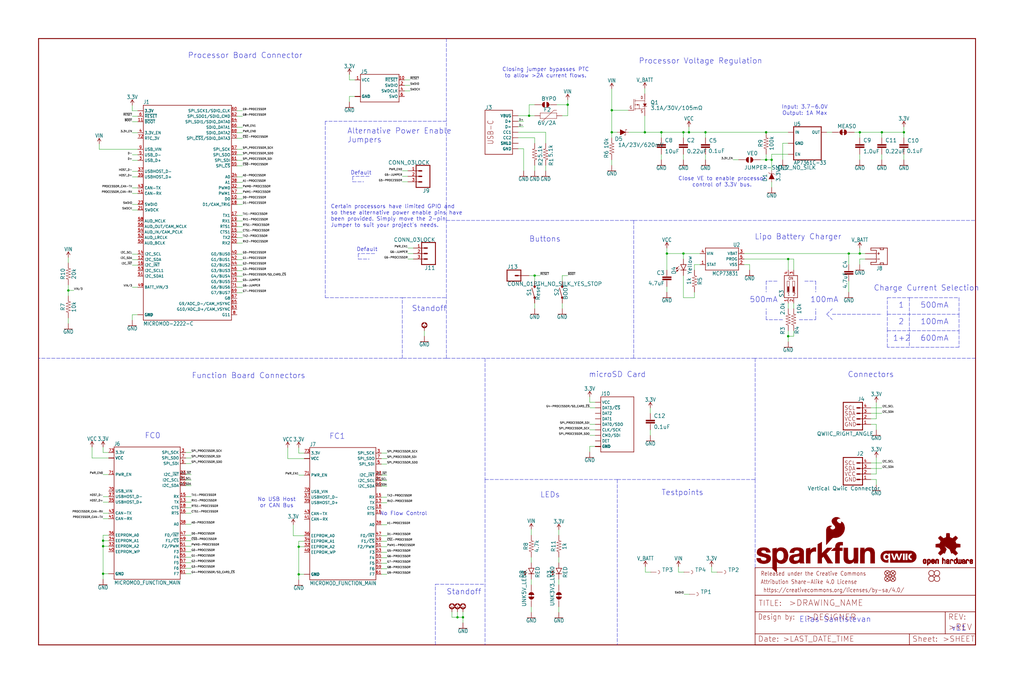
<source format=kicad_sch>
(kicad_sch (version 20211123) (generator eeschema)
  (paper "User" 471.907 317.906)
  (lib_symbols
    (symbol "eagleSchem-eagle-import:0.1UF-0603-25V-(+80{slash}-20%)"
      (property "Reference" "C" (at 1.524 2.921 0))
      (property "Value" "0.1UF-0603-25V-(+80{slash}-20%)" (at 1.524 -2.159 0))
      (symbol "0.1UF-0603-25V-(+80{slash}-20%)_1_0"
        (pin passive line (at 0 5.08 270) (length 2.54) (name "1") (number "1"))
        (pin passive line (at 0 -2.54 90) (length 2.54) (name "2") (number "2"))
      )
    )
    (symbol "eagleSchem-eagle-import:0.22UF-0603-25V-10%"
      (property "Reference" "C" (at 1.524 2.921 0))
      (property "Value" "0.22UF-0603-25V-10%" (at 1.524 -2.159 0))
      (symbol "0.22UF-0603-25V-10%_1_0"
        (pin passive line (at 0 5.08 270) (length 2.54) (name "1") (number "1"))
        (pin passive line (at 0 -2.54 90) (length 2.54) (name "2") (number "2"))
      )
    )
    (symbol "eagleSchem-eagle-import:1.0UF-0603-16V-10%"
      (property "Reference" "C" (at 1.524 2.921 0))
      (property "Value" "1.0UF-0603-16V-10%" (at 1.524 -2.159 0))
      (symbol "1.0UF-0603-16V-10%_1_0"
        (pin passive line (at 0 5.08 270) (length 2.54) (name "1") (number "1"))
        (pin passive line (at 0 -2.54 90) (length 2.54) (name "2") (number "2"))
      )
    )
    (symbol "eagleSchem-eagle-import:100KOHM-0603-1{slash}10W-1%"
      (property "Reference" "R" (at 0 1.524 0))
      (property "Value" "100KOHM-0603-1{slash}10W-1%" (at 0 -1.524 0))
      (symbol "100KOHM-0603-1{slash}10W-1%_1_0"
        (pin passive line (at -5.08 0 0) (length 2.54) (name "1") (number "1"))
        (pin passive line (at 5.08 0 180) (length 2.54) (name "2") (number "2"))
      )
    )
    (symbol "eagleSchem-eagle-import:10KOHM-0603-1{slash}10W-1%"
      (property "Reference" "R" (at 0 1.524 0))
      (property "Value" "10KOHM-0603-1{slash}10W-1%" (at 0 -1.524 0))
      (symbol "10KOHM-0603-1{slash}10W-1%_1_0"
        (pin passive line (at -5.08 0 0) (length 2.54) (name "1") (number "1"))
        (pin passive line (at 5.08 0 180) (length 2.54) (name "2") (number "2"))
      )
    )
    (symbol "eagleSchem-eagle-import:10UF-0805-10V-10%"
      (property "Reference" "C" (at 1.524 2.921 0))
      (property "Value" "10UF-0805-10V-10%" (at 1.524 -2.159 0))
      (symbol "10UF-0805-10V-10%_1_0"
        (pin passive line (at 0 5.08 270) (length 2.54) (name "1") (number "1"))
        (pin passive line (at 0 -2.54 90) (length 2.54) (name "2") (number "2"))
      )
    )
    (symbol "eagleSchem-eagle-import:1KOHM-0603-1{slash}10W-1%"
      (property "Reference" "R" (at 0 1.524 0))
      (property "Value" "1KOHM-0603-1{slash}10W-1%" (at 0 -1.524 0))
      (symbol "1KOHM-0603-1{slash}10W-1%_1_0"
        (pin passive line (at -5.08 0 0) (length 2.54) (name "1") (number "1"))
        (pin passive line (at 5.08 0 180) (length 2.54) (name "2") (number "2"))
      )
    )
    (symbol "eagleSchem-eagle-import:2.0KOHM-0603-1{slash}10W-5%"
      (property "Reference" "R" (at 0 1.524 0))
      (property "Value" "2.0KOHM-0603-1{slash}10W-5%" (at 0 -1.524 0))
      (symbol "2.0KOHM-0603-1{slash}10W-5%_1_0"
        (pin passive line (at -5.08 0 0) (length 2.54) (name "1") (number "1"))
        (pin passive line (at 5.08 0 180) (length 2.54) (name "2") (number "2"))
      )
    )
    (symbol "eagleSchem-eagle-import:20KOHM-0603-1{slash}10W-1%"
      (property "Reference" "R" (at 0 1.524 0))
      (property "Value" "20KOHM-0603-1{slash}10W-1%" (at 0 -1.524 0))
      (symbol "20KOHM-0603-1{slash}10W-1%_1_0"
        (pin passive line (at -5.08 0 0) (length 2.54) (name "1") (number "1"))
        (pin passive line (at 5.08 0 180) (length 2.54) (name "2") (number "2"))
      )
    )
    (symbol "eagleSchem-eagle-import:3.3V" (power)
      (property "Value" "3.3V" (at 0 2.794 0))
      (symbol "3.3V_1_0"
        (pin power_in line (at 0 0 90) (length 2.54) (name "3.3V") (number "1"))
      )
    )
    (symbol "eagleSchem-eagle-import:4.7KOHM-0603-1{slash}10W-1%"
      (property "Reference" "R" (at 0 1.524 0))
      (property "Value" "4.7KOHM-0603-1{slash}10W-1%" (at 0 -1.524 0))
      (symbol "4.7KOHM-0603-1{slash}10W-1%_1_0"
        (pin passive line (at -5.08 0 0) (length 2.54) (name "1") (number "1"))
        (pin passive line (at 5.08 0 180) (length 2.54) (name "2") (number "2"))
      )
    )
    (symbol "eagleSchem-eagle-import:4.7UF-0603-35V-(20%)"
      (property "Reference" "C" (at 1.524 2.921 0))
      (property "Value" "4.7UF-0603-35V-(20%)" (at 1.524 -2.159 0))
      (symbol "4.7UF-0603-35V-(20%)_1_0"
        (pin passive line (at 0 5.08 270) (length 2.54) (name "1") (number "1"))
        (pin passive line (at 0 -2.54 90) (length 2.54) (name "2") (number "2"))
      )
    )
    (symbol "eagleSchem-eagle-import:4.7UF-0603-6.3V-(10%)"
      (property "Reference" "C" (at 1.524 2.921 0))
      (property "Value" "4.7UF-0603-6.3V-(10%)" (at 1.524 -2.159 0))
      (symbol "4.7UF-0603-6.3V-(10%)_1_0"
        (pin passive line (at 0 5.08 270) (length 2.54) (name "1") (number "1"))
        (pin passive line (at 0 -2.54 90) (length 2.54) (name "2") (number "2"))
      )
    )
    (symbol "eagleSchem-eagle-import:5.1KOHM5.1KOHM-0603-1{slash}10W-1%"
      (property "Reference" "R" (at 0 1.524 0))
      (property "Value" "5.1KOHM5.1KOHM-0603-1{slash}10W-1%" (at 0 -1.524 0))
      (symbol "5.1KOHM5.1KOHM-0603-1{slash}10W-1%_1_0"
        (pin passive line (at -5.08 0 0) (length 2.54) (name "1") (number "1"))
        (pin passive line (at 5.08 0 180) (length 2.54) (name "2") (number "2"))
      )
    )
    (symbol "eagleSchem-eagle-import:AP7361C-33FGEUDFN-8"
      (property "Reference" "U" (at -7.62 7.874 0))
      (property "Value" "AP7361C-33FGEUDFN-8" (at -7.62 -7.874 0))
      (symbol "AP7361C-33FGEUDFN-8_1_0"
        (pin output line (at 7.62 5.08 180) (length 2.54) (name "OUT") (number "1"))
        (pin input line (at -10.16 0 0) (length 2.54) (name "GND") (number "4"))
        (pin bidirectional line (at -10.16 -5.08 0) (length 2.54) (name "EN") (number "5"))
        (pin input line (at -10.16 5.08 0) (length 2.54) (name "IN") (number "8"))
        (pin input line (at -10.16 0 0) (length 2.54) (name "GND") (number "EP"))
      )
    )
    (symbol "eagleSchem-eagle-import:CONN_01PTH_NO_SILK_YES_STOP"
      (property "Reference" "J" (at -2.54 3.048 0))
      (property "Value" "CONN_01PTH_NO_SILK_YES_STOP" (at -2.54 -4.826 0))
      (symbol "CONN_01PTH_NO_SILK_YES_STOP_1_0"
        (pin passive line (at 7.62 0 180) (length 5.08) (name "1") (number "1"))
      )
    )
    (symbol "eagleSchem-eagle-import:CONN_03LOCK"
      (property "Reference" "J" (at -2.54 5.588 0))
      (property "Value" "CONN_03LOCK" (at -2.54 -7.366 0))
      (symbol "CONN_03LOCK_1_0"
        (pin passive line (at 7.62 -2.54 180) (length 5.08) (name "1") (number "1"))
        (pin passive line (at 7.62 0 180) (length 5.08) (name "2") (number "2"))
        (pin passive line (at 7.62 2.54 180) (length 5.08) (name "3") (number "3"))
      )
    )
    (symbol "eagleSchem-eagle-import:CORTEX_JTAG_DEBUG_MINIMUM_PTH"
      (property "Reference" "J" (at -10.16 7.874 0))
      (property "Value" "CORTEX_JTAG_DEBUG_MINIMUM_PTH" (at -10.16 -7.366 0))
      (symbol "CORTEX_JTAG_DEBUG_MINIMUM_PTH_1_0"
        (pin bidirectional line (at -12.7 5.08 0) (length 2.54) (name "VCC") (number "1"))
        (pin bidirectional line (at 10.16 5.08 180) (length 2.54) (name "~{RESET}") (number "10"))
        (pin bidirectional line (at 10.16 2.54 180) (length 2.54) (name "SWDIO") (number "2"))
        (pin bidirectional line (at -12.7 -2.54 0) (length 2.54) (name "GND") (number "3"))
        (pin bidirectional line (at 10.16 0 180) (length 2.54) (name "SWDCLK") (number "4"))
        (pin bidirectional line (at -12.7 -2.54 0) (length 2.54) (name "GND") (number "5"))
        (pin bidirectional line (at 10.16 -2.54 180) (length 2.54) (name "SWO") (number "6"))
        (pin bidirectional line (at -12.7 -2.54 0) (length 2.54) (name "GND") (number "9"))
      )
    )
    (symbol "eagleSchem-eagle-import:DIODE-SCHOTTKY-BAT20J"
      (property "Reference" "D" (at -2.54 2.032 0))
      (property "Value" "DIODE-SCHOTTKY-BAT20J" (at -2.54 -2.032 0))
      (symbol "DIODE-SCHOTTKY-BAT20J_1_0"
        (pin passive line (at -2.54 0 0) (length 0) (name "A") (number "A"))
        (pin passive line (at 2.54 0 180) (length 0) (name "C") (number "C"))
      )
    )
    (symbol "eagleSchem-eagle-import:DIODE-ZENER-MM3Z3V3T1G"
      (property "Reference" "D" (at -2.54 2.032 0))
      (property "Value" "DIODE-ZENER-MM3Z3V3T1G" (at -2.54 -2.032 0))
      (symbol "DIODE-ZENER-MM3Z3V3T1G_1_0"
        (pin passive line (at -2.54 0 0) (length 0) (name "A") (number "A"))
        (pin passive line (at 2.54 0 180) (length 0) (name "C") (number "C"))
      )
    )
    (symbol "eagleSchem-eagle-import:DIP-02-SMD-50MIL"
      (property "Reference" "S" (at -2.032 -5.08 90))
      (property "Value" "DIP-02-SMD-50MIL" (at 4.572 -5.08 90))
      (symbol "DIP-02-SMD-50MIL_1_0"
        (text "1" (at 0.254 -2.794 0) (effects (font (size 1.27 1.27)) (justify top)))
        (text "2" (at 2.794 -2.794 0) (effects (font (size 1.27 1.27)) (justify top)))
        (text "ON" (at 1.27 3.048 0) (effects (font (size 1.27 1.0795)) (justify bottom)))
        (pin bidirectional line (at 0 -7.62 90) (length 2.54) (name "P$1") (number "1"))
        (pin bidirectional line (at 2.54 -7.62 90) (length 2.54) (name "P$2") (number "2"))
        (pin bidirectional line (at 2.54 7.62 270) (length 2.54) (name "P$4") (number "3"))
        (pin bidirectional line (at 0 7.62 270) (length 2.54) (name "P$3") (number "4"))
      )
    )
    (symbol "eagleSchem-eagle-import:FIDUCIAL1X2")
    (symbol "eagleSchem-eagle-import:FRAME-LEDGER"
      (symbol "FRAME-LEDGER_2_0"
        (text " https://creativecommons.org/licenses/by-sa/4.0/" (at 2.54 24.13 0) (effects (font (size 1.9304 1.6408)) (justify left bottom)))
        (text ">DESIGNER" (at 23.114 11.176 0) (effects (font (size 2.7432 2.7432)) (justify left bottom)))
        (text ">DRAWING_NAME" (at 15.494 17.78 0) (effects (font (size 2.7432 2.7432)) (justify left bottom)))
        (text ">LAST_DATE_TIME" (at 12.7 1.27 0) (effects (font (size 2.54 2.54)) (justify left bottom)))
        (text ">REV" (at 88.9 6.604 0) (effects (font (size 2.7432 2.7432)) (justify left bottom)))
        (text ">SHEET" (at 86.36 1.27 0) (effects (font (size 2.54 2.54)) (justify left bottom)))
        (text "Attribution Share-Alike 4.0 License" (at 2.54 27.94 0) (effects (font (size 1.9304 1.6408)) (justify left bottom)))
        (text "Date:" (at 1.27 1.27 0) (effects (font (size 2.54 2.54)) (justify left bottom)))
        (text "Design by:" (at 1.27 11.43 0) (effects (font (size 2.54 2.159)) (justify left bottom)))
        (text "Released under the Creative Commons" (at 2.54 31.75 0) (effects (font (size 1.9304 1.6408)) (justify left bottom)))
        (text "REV:" (at 88.9 11.43 0) (effects (font (size 2.54 2.54)) (justify left bottom)))
        (text "Sheet:" (at 72.39 1.27 0) (effects (font (size 2.54 2.54)) (justify left bottom)))
        (text "TITLE:" (at 1.524 17.78 0) (effects (font (size 2.54 2.54)) (justify left bottom)))
      )
    )
    (symbol "eagleSchem-eagle-import:GND" (power)
      (property "Value" "GND" (at 0 -0.254 0))
      (symbol "GND_1_0"
        (pin power_in line (at 0 2.54 270) (length 2.54) (name "GND") (number "1"))
      )
    )
    (symbol "eagleSchem-eagle-import:JST_2MM_MALE"
      (property "Reference" "J" (at -2.54 5.842 0))
      (symbol "JST_2MM_MALE_1_0"
        (pin bidirectional line (at 0 -5.08 90) (length 5.08) (name "-") (number "1"))
        (pin bidirectional line (at 2.54 -5.08 90) (length 5.08) (name "+") (number "2"))
        (pin bidirectional line (at -2.54 2.54 90) (length 0) (name "PAD1") (number "NC1"))
        (pin bidirectional line (at 5.08 2.54 90) (length 0) (name "PAD2") (number "NC2"))
      )
    )
    (symbol "eagleSchem-eagle-import:JUMPER-COMBO_2_NC_TRACE"
      (property "Reference" "JP" (at 0 2.794 0))
      (property "Value" "JUMPER-COMBO_2_NC_TRACE" (at 0 -2.794 0))
      (symbol "JUMPER-COMBO_2_NC_TRACE_1_0"
        (pin passive line (at -5.08 0 0) (length 2.54) (name "1") (number "1"))
        (pin passive line (at 5.08 0 180) (length 2.54) (name "2") (number "2"))
        (pin passive line (at -5.08 0 0) (length 2.54) (name "1") (number "3"))
        (pin passive line (at 5.08 0 180) (length 2.54) (name "2") (number "4"))
      )
    )
    (symbol "eagleSchem-eagle-import:JUMPER-SMT_2_NC_TRACE_SILK"
      (property "Reference" "JP" (at 0 3.048 0))
      (property "Value" "JUMPER-SMT_2_NC_TRACE_SILK" (at 0 -3.048 0))
      (symbol "JUMPER-SMT_2_NC_TRACE_SILK_1_0"
        (pin passive line (at -5.08 0 0) (length 2.54) (name "1") (number "1"))
        (pin passive line (at 5.08 0 180) (length 2.54) (name "2") (number "2"))
      )
    )
    (symbol "eagleSchem-eagle-import:JUMPER-SMT_2_NO_SILK"
      (property "Reference" "JP" (at 0 2.794 0))
      (property "Value" "JUMPER-SMT_2_NO_SILK" (at 0 -2.794 0))
      (symbol "JUMPER-SMT_2_NO_SILK_1_0"
        (pin passive line (at -5.08 0 0) (length 2.54) (name "1") (number "1"))
        (pin passive line (at 5.08 0 180) (length 2.54) (name "2") (number "2"))
      )
    )
    (symbol "eagleSchem-eagle-import:LED-RED0603"
      (property "Reference" "D" (at -3.429 -4.572 90))
      (property "Value" "LED-RED0603" (at 1.905 -4.572 90))
      (symbol "LED-RED0603_1_0"
        (pin passive line (at 0 2.54 270) (length 2.54) (name "A") (number "A"))
        (pin passive line (at 0 -5.08 90) (length 2.54) (name "C") (number "C"))
      )
    )
    (symbol "eagleSchem-eagle-import:LED-YELLOW0603"
      (property "Reference" "D" (at -3.429 -4.572 90))
      (property "Value" "LED-YELLOW0603" (at 1.905 -4.572 90))
      (symbol "LED-YELLOW0603_1_0"
        (pin passive line (at 0 2.54 270) (length 2.54) (name "A") (number "A"))
        (pin passive line (at 0 -5.08 90) (length 2.54) (name "C") (number "C"))
      )
    )
    (symbol "eagleSchem-eagle-import:MCP73831"
      (property "Reference" "U" (at -7.62 5.588 0))
      (property "Value" "MCP73831" (at -7.62 -7.62 0))
      (symbol "MCP73831_1_0"
        (pin output line (at -10.16 -2.54 0) (length 2.54) (name "STAT") (number "1"))
        (pin power_in line (at 10.16 -2.54 180) (length 2.54) (name "VSS") (number "2"))
        (pin power_in line (at 10.16 2.54 180) (length 2.54) (name "VBAT") (number "3"))
        (pin power_in line (at -10.16 2.54 0) (length 2.54) (name "VIN") (number "4"))
        (pin input line (at 10.16 0 180) (length 2.54) (name "PROG") (number "5"))
      )
    )
    (symbol "eagleSchem-eagle-import:MICRO-SD-PUSH-PUSH-EXT-PIN"
      (property "Reference" "J" (at -5.08 13.208 0))
      (property "Value" "MICRO-SD-PUSH-PUSH-EXT-PIN" (at -5.08 -15.24 0))
      (symbol "MICRO-SD-PUSH-PUSH-EXT-PIN_1_0"
        (pin bidirectional line (at -7.62 5.08 0) (length 2.54) (name "DAT2") (number "1"))
        (pin bidirectional line (at -7.62 -10.16 0) (length 2.54) (name "GND") (number "10"))
        (pin bidirectional line (at -7.62 -10.16 0) (length 2.54) (name "GND") (number "11"))
        (pin bidirectional line (at -7.62 -10.16 0) (length 2.54) (name "GND") (number "12"))
        (pin bidirectional line (at -7.62 -10.16 0) (length 2.54) (name "GND") (number "13"))
        (pin bidirectional line (at -7.62 7.62 0) (length 2.54) (name "DAT3/~{CS}") (number "2"))
        (pin bidirectional line (at -7.62 -5.08 0) (length 2.54) (name "CMD/SDI") (number "3"))
        (pin bidirectional line (at -7.62 10.16 0) (length 2.54) (name "VCC") (number "4"))
        (pin bidirectional line (at -7.62 -2.54 0) (length 2.54) (name "CLK/SCK") (number "5"))
        (pin bidirectional line (at -7.62 -10.16 0) (length 2.54) (name "GND") (number "6"))
        (pin bidirectional line (at -7.62 0 0) (length 2.54) (name "DAT0/SDO") (number "7"))
        (pin bidirectional line (at -7.62 2.54 0) (length 2.54) (name "DAT1") (number "8"))
        (pin bidirectional line (at -7.62 -7.62 0) (length 2.54) (name "DET") (number "9"))
      )
    )
    (symbol "eagleSchem-eagle-import:MICROMOD-2222-C"
      (property "Reference" "J" (at -20.32 53.848 0))
      (property "Value" "MICROMOD-2222-C" (at -20.32 -48.26 0))
      (symbol "MICROMOD-2222-C_1_0"
        (pin bidirectional line (at -22.86 -43.18 0) (length 2.54) (name "GND") (number "1"))
        (pin bidirectional line (at 22.86 10.16 180) (length 2.54) (name "D0") (number "10"))
        (pin bidirectional line (at -22.86 45.72 0) (length 2.54) (name "~{BOOT}") (number "11"))
        (pin bidirectional line (at -22.86 -17.78 0) (length 2.54) (name "I2C_SDA") (number "12"))
        (pin bidirectional line (at 22.86 -2.54 180) (length 2.54) (name "RTS1") (number "13"))
        (pin bidirectional line (at -22.86 -15.24 0) (length 2.54) (name "I2C_SCL") (number "14"))
        (pin bidirectional line (at 22.86 -5.08 180) (length 2.54) (name "CTS1") (number "15"))
        (pin bidirectional line (at -22.86 -20.32 0) (length 2.54) (name "I2C_~{INT}") (number "16"))
        (pin bidirectional line (at 22.86 2.54 180) (length 2.54) (name "TX1") (number "17"))
        (pin bidirectional line (at 22.86 7.62 180) (length 2.54) (name "D1/CAM_TRIG") (number "18"))
        (pin bidirectional line (at 22.86 0 180) (length 2.54) (name "RX1") (number "19"))
        (pin bidirectional line (at -22.86 50.8 0) (length 2.54) (name "3.3V") (number "2"))
        (pin bidirectional line (at 22.86 -10.16 180) (length 2.54) (name "RX2") (number "20"))
        (pin bidirectional line (at -22.86 5.08 0) (length 2.54) (name "SWDCK") (number "21"))
        (pin bidirectional line (at 22.86 -7.62 180) (length 2.54) (name "TX2") (number "22"))
        (pin bidirectional line (at -22.86 7.62 0) (length 2.54) (name "SWDIO") (number "23"))
        (pin bidirectional line (at -22.86 27.94 0) (length 2.54) (name "USB_D+") (number "3"))
        (pin bidirectional line (at 22.86 15.24 180) (length 2.54) (name "PWM0") (number "32"))
        (pin bidirectional line (at -22.86 -43.18 0) (length 2.54) (name "GND") (number "33"))
        (pin bidirectional line (at 22.86 20.32 180) (length 2.54) (name "A0") (number "34"))
        (pin bidirectional line (at -22.86 20.32 0) (length 2.54) (name "USBHOST_D+") (number "35"))
        (pin bidirectional line (at -22.86 -43.18 0) (length 2.54) (name "GND") (number "36"))
        (pin bidirectional line (at -22.86 22.86 0) (length 2.54) (name "USBHOST_D-") (number "37"))
        (pin bidirectional line (at 22.86 17.78 180) (length 2.54) (name "A1") (number "38"))
        (pin bidirectional line (at -22.86 -43.18 0) (length 2.54) (name "GND") (number "39"))
        (pin bidirectional line (at -22.86 40.64 0) (length 2.54) (name "3.3V_EN") (number "4"))
        (pin bidirectional line (at 22.86 -15.24 180) (length 2.54) (name "G0/BUS0") (number "40"))
        (pin bidirectional line (at -22.86 12.7 0) (length 2.54) (name "CAN-RX") (number "41"))
        (pin bidirectional line (at 22.86 -17.78 180) (length 2.54) (name "G1/BUS1") (number "42"))
        (pin bidirectional line (at -22.86 15.24 0) (length 2.54) (name "CAN-TX") (number "43"))
        (pin bidirectional line (at 22.86 -20.32 180) (length 2.54) (name "G2/BUS2") (number "44"))
        (pin bidirectional line (at -22.86 -43.18 0) (length 2.54) (name "GND") (number "45"))
        (pin bidirectional line (at 22.86 -22.86 180) (length 2.54) (name "G3/BUS3") (number "46"))
        (pin bidirectional line (at 22.86 12.7 180) (length 2.54) (name "PWM1") (number "47"))
        (pin bidirectional line (at 22.86 -25.4 180) (length 2.54) (name "G4/BUS4") (number "48"))
        (pin bidirectional line (at -22.86 -30.48 0) (length 2.54) (name "BATT_VIN/3") (number "49"))
        (pin bidirectional line (at -22.86 30.48 0) (length 2.54) (name "USB_D-") (number "5"))
        (pin bidirectional line (at -22.86 -10.16 0) (length 2.54) (name "AUD_BCLK") (number "50"))
        (pin bidirectional line (at -22.86 -25.4 0) (length 2.54) (name "I2C_SDA1") (number "51"))
        (pin bidirectional line (at -22.86 -7.62 0) (length 2.54) (name "AUD_LRCLK") (number "52"))
        (pin bidirectional line (at -22.86 -22.86 0) (length 2.54) (name "I2C_SCL1") (number "53"))
        (pin bidirectional line (at -22.86 -5.08 0) (length 2.54) (name "AUD_IN/CAM_PCLK") (number "54"))
        (pin bidirectional line (at 22.86 25.4 180) (length 2.54) (name "SPI_~{CS}") (number "55"))
        (pin bidirectional line (at -22.86 -2.54 0) (length 2.54) (name "AUD_OUT/CAM_MCLK") (number "56"))
        (pin bidirectional line (at 22.86 33.02 180) (length 2.54) (name "SPI_SCK") (number "57"))
        (pin bidirectional line (at -22.86 0 0) (length 2.54) (name "AUD_MCLK") (number "58"))
        (pin bidirectional line (at 22.86 30.48 180) (length 2.54) (name "SPI_SDO") (number "59"))
        (pin bidirectional line (at -22.86 48.26 0) (length 2.54) (name "~{RESET}") (number "6"))
        (pin bidirectional line (at 22.86 50.8 180) (length 2.54) (name "SPI_SCK1/SDIO_CLK") (number "60"))
        (pin bidirectional line (at 22.86 27.94 180) (length 2.54) (name "SPI_SDI") (number "61"))
        (pin bidirectional line (at 22.86 48.26 180) (length 2.54) (name "SPI_SDO1/SDIO_CMD") (number "62"))
        (pin bidirectional line (at 22.86 -40.64 180) (length 2.54) (name "G10/ADC_D+/CAM_VSYNC") (number "63"))
        (pin bidirectional line (at 22.86 45.72 180) (length 2.54) (name "SPI_SDI1/SDIO_DATA0") (number "64"))
        (pin bidirectional line (at 22.86 -38.1 180) (length 2.54) (name "G9/ADC_D-/CAM_HSYNC") (number "65"))
        (pin bidirectional line (at 22.86 43.18 180) (length 2.54) (name "SDIO_DATA1") (number "66"))
        (pin bidirectional line (at 22.86 -35.56 180) (length 2.54) (name "G8") (number "67"))
        (pin bidirectional line (at 22.86 40.64 180) (length 2.54) (name "SDIO_DATA2") (number "68"))
        (pin bidirectional line (at 22.86 -33.02 180) (length 2.54) (name "G7/BUS7") (number "69"))
        (pin bidirectional line (at -22.86 -43.18 0) (length 2.54) (name "GND") (number "7"))
        (pin bidirectional line (at 22.86 38.1 180) (length 2.54) (name "SPI_~{CS1}/SDIO_DATA3") (number "70"))
        (pin bidirectional line (at 22.86 -30.48 180) (length 2.54) (name "G6/BUS6") (number "71"))
        (pin bidirectional line (at -22.86 38.1 0) (length 2.54) (name "RTC_3V") (number "72"))
        (pin bidirectional line (at 22.86 -27.94 180) (length 2.54) (name "G5/BUS5") (number "73"))
        (pin bidirectional line (at -22.86 50.8 0) (length 2.54) (name "3.3V") (number "74"))
        (pin bidirectional line (at -22.86 -43.18 0) (length 2.54) (name "GND") (number "75"))
        (pin bidirectional line (at 22.86 -43.18 180) (length 2.54) (name "G11") (number "8"))
        (pin bidirectional line (at -22.86 33.02 0) (length 2.54) (name "USB_VIN") (number "9"))
      )
    )
    (symbol "eagleSchem-eagle-import:MICROMOD_FUNCTION_MAIN"
      (property "Reference" "J" (at -15.24 28.448 0))
      (property "Value" "MICROMOD_FUNCTION_MAIN" (at -15.24 -35.56 0))
      (symbol "MICROMOD_FUNCTION_MAIN_1_0"
        (pin bidirectional line (at -17.78 -30.48 0) (length 2.54) (name "GND") (number "1"))
        (pin bidirectional line (at 17.78 2.54 180) (length 2.54) (name "TX") (number "13"))
        (pin bidirectional line (at 17.78 5.08 180) (length 2.54) (name "RX") (number "15"))
        (pin bidirectional line (at 17.78 -2.54 180) (length 2.54) (name "RTS") (number "16"))
        (pin bidirectional line (at 17.78 0 180) (length 2.54) (name "CTS") (number "18"))
        (pin bidirectional line (at 17.78 10.16 180) (length 2.54) (name "I2C_SDA") (number "19"))
        (pin bidirectional line (at 17.78 12.7 180) (length 2.54) (name "I2C_SCL") (number "21"))
        (pin bidirectional line (at 17.78 15.24 180) (length 2.54) (name "I2C_~{INT}") (number "23"))
        (pin bidirectional line (at 17.78 25.4 180) (length 2.54) (name "SPI_SCK") (number "3"))
        (pin bidirectional line (at -17.78 -17.78 0) (length 2.54) (name "EEPROM_A2") (number "32"))
        (pin bidirectional line (at -17.78 -30.48 0) (length 2.54) (name "GND") (number "33"))
        (pin bidirectional line (at -17.78 -15.24 0) (length 2.54) (name "EEPROM_A1") (number "34"))
        (pin bidirectional line (at -17.78 2.54 0) (length 2.54) (name "USBHOST_D+") (number "35"))
        (pin bidirectional line (at -17.78 -12.7 0) (length 2.54) (name "EEPROM_A0") (number "36"))
        (pin bidirectional line (at -17.78 5.08 0) (length 2.54) (name "USBHOST_D-") (number "37"))
        (pin bidirectional line (at 17.78 -7.62 180) (length 2.54) (name "A0") (number "38"))
        (pin bidirectional line (at -17.78 -30.48 0) (length 2.54) (name "GND") (number "39"))
        (pin bidirectional line (at -17.78 -20.32 0) (length 2.54) (name "EEPROM_WP") (number "40"))
        (pin bidirectional line (at -17.78 -5.08 0) (length 2.54) (name "CAN-RX") (number "41"))
        (pin bidirectional line (at -17.78 -2.54 0) (length 2.54) (name "CAN-TX") (number "43"))
        (pin bidirectional line (at -17.78 -30.48 0) (length 2.54) (name "GND") (number "45"))
        (pin bidirectional line (at 17.78 -12.7 180) (length 2.54) (name "F0/~{INT}") (number "47"))
        (pin bidirectional line (at 17.78 -15.24 180) (length 2.54) (name "F1/~{CS}") (number "49"))
        (pin bidirectional line (at 17.78 20.32 180) (length 2.54) (name "SPI_SDI") (number "5"))
        (pin bidirectional line (at 17.78 -17.78 180) (length 2.54) (name "F2/PWM") (number "51"))
        (pin bidirectional line (at 17.78 -20.32 180) (length 2.54) (name "F3") (number "53"))
        (pin bidirectional line (at 17.78 -22.86 180) (length 2.54) (name "F4") (number "55"))
        (pin bidirectional line (at 17.78 -25.4 180) (length 2.54) (name "F5") (number "57"))
        (pin bidirectional line (at 17.78 -27.94 180) (length 2.54) (name "F6") (number "59"))
        (pin bidirectional line (at 17.78 -30.48 180) (length 2.54) (name "F7") (number "61"))
        (pin bidirectional line (at 17.78 22.86 180) (length 2.54) (name "SPI_SDO") (number "7"))
        (pin bidirectional line (at -17.78 7.62 0) (length 2.54) (name "USB_VIN") (number "70"))
        (pin bidirectional line (at -17.78 15.24 0) (length 2.54) (name "PWR_EN") (number "71"))
        (pin bidirectional line (at -17.78 22.86 0) (length 2.54) (name "VCC") (number "72"))
        (pin bidirectional line (at -17.78 25.4 0) (length 2.54) (name "3.3V") (number "73"))
        (pin bidirectional line (at -17.78 22.86 0) (length 2.54) (name "VCC") (number "74"))
        (pin bidirectional line (at -17.78 -30.48 0) (length 2.54) (name "GND") (number "75"))
      )
    )
    (symbol "eagleSchem-eagle-import:MOMENTARY-SWITCH-SPST-SMD-5.2-TALL-REDUNDANT"
      (property "Reference" "S" (at 0 1.524 0))
      (property "Value" "MOMENTARY-SWITCH-SPST-SMD-5.2-TALL-REDUNDANT" (at 0 -0.508 0))
      (symbol "MOMENTARY-SWITCH-SPST-SMD-5.2-TALL-REDUNDANT_1_0"
        (pin passive line (at -5.08 0 0) (length 2.54) (name "1") (number "1"))
        (pin passive line (at -5.08 0 0) (length 2.54) (name "1") (number "2"))
        (pin passive line (at 5.08 0 180) (length 2.54) (name "2") (number "3"))
        (pin passive line (at 5.08 0 180) (length 2.54) (name "2") (number "4"))
      )
    )
    (symbol "eagleSchem-eagle-import:MOSFET_PCH-DMG2307L"
      (property "Reference" "Q" (at 5.08 0 0))
      (property "Value" "MOSFET_PCH-DMG2307L" (at 5.08 -2.54 0))
      (symbol "MOSFET_PCH-DMG2307L_1_0"
        (text "D" (at 0.508 2.54 0) (effects (font (size 1.27 1.0795)) (justify left bottom)))
        (text "G" (at -3.302 -0.508 0) (effects (font (size 1.27 1.0795)) (justify right top)))
        (text "S" (at 0.508 -3.81 0) (effects (font (size 1.27 1.0795)) (justify left bottom)))
        (pin bidirectional line (at -5.08 -2.54 0) (length 2.54) (name "G") (number "1"))
        (pin bidirectional line (at 2.54 -5.08 90) (length 2.54) (name "S") (number "2"))
        (pin bidirectional line (at 2.54 5.08 270) (length 2.54) (name "D") (number "3"))
      )
    )
    (symbol "eagleSchem-eagle-import:OSHW-LOGOL")
    (symbol "eagleSchem-eagle-import:PPTC_6V2A"
      (property "Reference" "F" (at 1.905 3.175 0))
      (property "Value" "PPTC_6V2A" (at 1.27 -2.794 0))
      (symbol "PPTC_6V2A_1_0"
        (pin bidirectional line (at -5.08 0 0) (length 2.54) (name "1") (number "1"))
        (pin bidirectional line (at 7.62 0 180) (length 2.54) (name "2") (number "2"))
      )
    )
    (symbol "eagleSchem-eagle-import:QWIIC_CONNECTOR"
      (property "Reference" "J" (at -5.08 7.874 0))
      (property "Value" "QWIIC_CONNECTOR" (at -5.08 -5.334 0))
      (symbol "QWIIC_CONNECTOR_1_0"
        (text "GND" (at -4.572 -2.54 0) (effects (font (size 1.778 1.778)) (justify left)))
        (text "SCL" (at -4.572 5.08 0) (effects (font (size 1.778 1.778)) (justify left)))
        (text "SDA" (at -4.572 2.54 0) (effects (font (size 1.778 1.778)) (justify left)))
        (text "VCC" (at -4.572 0 0) (effects (font (size 1.778 1.778)) (justify left)))
        (pin power_in line (at 7.62 -2.54 180) (length 5.08) (name "1") (number "1"))
        (pin power_in line (at 7.62 0 180) (length 5.08) (name "2") (number "2"))
        (pin passive line (at 7.62 2.54 180) (length 5.08) (name "3") (number "3"))
        (pin passive line (at 7.62 5.08 180) (length 5.08) (name "4") (number "4"))
      )
    )
    (symbol "eagleSchem-eagle-import:QWIIC_CONNECTORJS-1MM"
      (property "Reference" "J" (at -5.08 7.874 0))
      (property "Value" "QWIIC_CONNECTORJS-1MM" (at -5.08 -5.334 0))
      (symbol "QWIIC_CONNECTORJS-1MM_1_0"
        (text "GND" (at -4.572 -2.54 0) (effects (font (size 1.778 1.778)) (justify left)))
        (text "SCL" (at -4.572 5.08 0) (effects (font (size 1.778 1.778)) (justify left)))
        (text "SDA" (at -4.572 2.54 0) (effects (font (size 1.778 1.778)) (justify left)))
        (text "VCC" (at -4.572 0 0) (effects (font (size 1.778 1.778)) (justify left)))
        (pin power_in line (at 7.62 -2.54 180) (length 5.08) (name "1") (number "1"))
        (pin power_in line (at 7.62 0 180) (length 5.08) (name "2") (number "2"))
        (pin passive line (at 7.62 2.54 180) (length 5.08) (name "3") (number "3"))
        (pin passive line (at 7.62 5.08 180) (length 5.08) (name "4") (number "4"))
      )
    )
    (symbol "eagleSchem-eagle-import:QWIIC_LOGO_8MM")
    (symbol "eagleSchem-eagle-import:SFE_LOGO_NAME_FLAME.3_INCH")
    (symbol "eagleSchem-eagle-import:STAND-OFF-REFLOW-M2.5_2.5MM_TALL"
      (property "Reference" "H" (at -2.54 2.54 0))
      (property "Value" "STAND-OFF-REFLOW-M2.5_2.5MM_TALL" (at 2.54 0 0))
      (symbol "STAND-OFF-REFLOW-M2.5_2.5MM_TALL_1_0"
        (pin bidirectional line (at 0 -2.54 90) (length 2.54) (name "1") (number "1"))
      )
    )
    (symbol "eagleSchem-eagle-import:STAND-OFFTIGHT")
    (symbol "eagleSchem-eagle-import:TEST-POINT3X5"
      (property "Reference" "TP" (at -2.54 2.54 0))
      (property "Value" "TEST-POINT3X5" (at -2.54 -2.54 0))
      (symbol "TEST-POINT3X5_1_0"
        (pin bidirectional line (at 0 0 180) (length 0) (name "1") (number "1"))
      )
    )
    (symbol "eagleSchem-eagle-import:USB_C_2-LAYER_PADS"
      (property "Reference" "J" (at -2.54 10.414 0))
      (property "Value" "USB_C_2-LAYER_PADS" (at -2.54 -12.446 0))
      (symbol "USB_C_2-LAYER_PADS_1_0"
        (text "USB-C" (at 0 0 900) (effects (font (size 2.54 2.159))))
        (pin bidirectional line (at 12.7 0 180) (length 2.54) (name "CC1") (number "A5"))
        (pin bidirectional line (at 12.7 5.08 180) (length 2.54) (name "D+") (number "A6"))
        (pin bidirectional line (at 12.7 2.54 180) (length 2.54) (name "D-") (number "A7"))
        (pin bidirectional line (at 12.7 -2.54 180) (length 2.54) (name "CC2") (number "B5"))
        (pin bidirectional line (at 12.7 5.08 180) (length 2.54) (name "D+") (number "B6"))
        (pin bidirectional line (at 12.7 2.54 180) (length 2.54) (name "D-") (number "B7"))
        (pin bidirectional line (at 12.7 -7.62 180) (length 2.54) (name "GND") (number "GND"))
        (pin bidirectional line (at 12.7 -7.62 180) (length 2.54) (name "GND") (number "GND2"))
        (pin bidirectional line (at 12.7 -5.08 180) (length 2.54) (name "SHLD") (number "SHLD1"))
        (pin bidirectional line (at 12.7 -5.08 180) (length 2.54) (name "SHLD") (number "SHLD2"))
        (pin bidirectional line (at 12.7 -5.08 180) (length 2.54) (name "SHLD") (number "SHLD3"))
        (pin bidirectional line (at 12.7 -5.08 180) (length 2.54) (name "SHLD") (number "SHLD4"))
        (pin bidirectional line (at 12.7 7.62 180) (length 2.54) (name "VBUS") (number "VBUS1"))
        (pin bidirectional line (at 12.7 7.62 180) (length 2.54) (name "VBUS") (number "VBUS2"))
      )
    )
    (symbol "eagleSchem-eagle-import:VCC" (power)
      (property "Value" "VCC" (at 0 2.794 0))
      (symbol "VCC_1_0"
        (pin power_in line (at 0 0 90) (length 2.54) (name "VCC") (number "1"))
      )
    )
    (symbol "eagleSchem-eagle-import:VIN" (power)
      (property "Value" "VIN" (at 0 2.794 0))
      (symbol "VIN_1_0"
        (pin power_in line (at 0 0 90) (length 2.54) (name "VIN") (number "1"))
      )
    )
    (symbol "eagleSchem-eagle-import:V_BATT" (power)
      (property "Value" "V_BATT" (at 0 2.794 0))
      (symbol "V_BATT_1_0"
        (pin power_in line (at 0 0 90) (length 2.54) (name "V_BATT") (number "1"))
      )
    )
  )
  (junction (at 281.94 60.96))
  (junction (at 314.96 116.84))
  (junction (at 31.496 133.858))
  (junction (at 210.82 284.48))
  (junction (at 261.62 48.26))
  (junction (at 396.24 116.84))
  (junction (at 314.96 60.96))
  (junction (at 317.5 60.96))
  (junction (at 325.12 60.96))
  (junction (at 297.18 60.96))
  (junction (at 391.16 116.84))
  (junction (at 353.06 60.96))
  (junction (at 363.22 119.38))
  (junction (at 213.36 284.48))
  (junction (at 137.668 264.668))
  (junction (at 396.24 60.96))
  (junction (at 363.22 154.94))
  (junction (at 406.4 60.96))
  (junction (at 307.34 116.84))
  (junction (at 246.38 127))
  (junction (at 47.498 249.174))
  (junction (at 47.498 264.414))
  (junction (at 353.06 73.66))
  (junction (at 355.6 73.66))
  (junction (at 304.8 60.96))
  (junction (at 137.668 251.968))
  (junction (at 281.94 50.8))
  (junction (at 243.84 53.34))
  (junction (at 47.498 251.714))
  (junction (at 416.56 60.96))
  (wire (pts (xy 307.34 116.84) (xy 314.96 116.84)))
  (wire (pts (xy 246.38 78.74) (xy 246.38 76.2)))
  (polyline (pts (xy 205.74 165.1) (xy 185.42 165.1)))
  (wire (pts (xy 289.56 50.8) (xy 281.94 50.8)))
  (wire (pts (xy 238.76 60.96) (xy 251.46 60.96)))
  (wire (pts (xy 246.38 48.26) (xy 243.84 48.26)))
  (wire (pts (xy 109.22 51.054) (xy 111.76 51.054)))
  (wire (pts (xy 175.768 211.328) (xy 178.308 211.328)))
  (wire (pts (xy 238.76 63.5) (xy 246.38 63.5)))
  (polyline (pts (xy 223.52 165.1) (xy 223.52 220.98)))
  (wire (pts (xy 243.84 53.34) (xy 246.38 53.34)))
  (wire (pts (xy 175.768 229.108) (xy 178.308 229.108)))
  (wire (pts (xy 213.36 281.94) (xy 213.36 284.48)))
  (wire (pts (xy 238.76 55.88) (xy 241.3 55.88)))
  (wire (pts (xy 175.768 251.968) (xy 178.308 251.968)))
  (wire (pts (xy 85.598 264.414) (xy 88.138 264.414)))
  (polyline (pts (xy 441.96 152.4) (xy 441.96 160.02)))
  (wire (pts (xy 109.22 134.874) (xy 111.76 134.874)))
  (wire (pts (xy 360.68 66.04) (xy 360.68 73.66)))
  (polyline (pts (xy 149.86 55.88) (xy 149.86 137.16)))
  (wire (pts (xy 50.038 228.854) (xy 47.498 228.854)))
  (wire (pts (xy 297.434 263.652) (xy 297.434 261.112)))
  (wire (pts (xy 243.84 48.26) (xy 243.84 53.34)))
  (wire (pts (xy 60.96 89.154) (xy 63.5 89.154)))
  (wire (pts (xy 31.496 133.858) (xy 31.496 136.398)))
  (wire (pts (xy 31.496 133.858) (xy 34.036 133.858)))
  (wire (pts (xy 175.768 257.048) (xy 178.308 257.048)))
  (wire (pts (xy 391.16 116.84) (xy 396.24 116.84)))
  (wire (pts (xy 111.76 99.314) (xy 109.22 99.314)))
  (polyline (pts (xy 284.48 220.98) (xy 347.98 220.98)))
  (wire (pts (xy 256.54 48.26) (xy 261.62 48.26)))
  (wire (pts (xy 396.24 119.38) (xy 396.24 121.92)))
  (wire (pts (xy 175.768 246.888) (xy 178.308 246.888)))
  (wire (pts (xy 60.96 86.614) (xy 63.5 86.614)))
  (wire (pts (xy 109.22 106.934) (xy 111.76 106.934)))
  (wire (pts (xy 320.04 124.46) (xy 320.04 121.92)))
  (wire (pts (xy 109.22 53.594) (xy 111.76 53.594)))
  (wire (pts (xy 109.22 129.794) (xy 111.76 129.794)))
  (wire (pts (xy 251.46 60.96) (xy 251.46 66.04)))
  (wire (pts (xy 401.32 195.58) (xy 403.86 195.58)))
  (wire (pts (xy 325.12 73.66) (xy 325.12 71.12)))
  (polyline (pts (xy 205.74 165.1) (xy 205.74 137.16)))
  (wire (pts (xy 353.06 73.66) (xy 355.6 73.66)))
  (wire (pts (xy 259.08 142.24) (xy 259.08 139.7)))
  (wire (pts (xy 312.674 263.652) (xy 312.674 261.112)))
  (polyline (pts (xy 375.92 129.54) (xy 375.92 134.62)))
  (wire (pts (xy 261.62 48.26) (xy 261.62 53.34)))
  (wire (pts (xy 85.598 249.174) (xy 88.138 249.174)))
  (wire (pts (xy 271.78 187.96) (xy 274.32 187.96)))
  (polyline (pts (xy 205.74 55.88) (xy 205.74 17.78)))
  (wire (pts (xy 342.9 116.84) (xy 391.16 116.84)))
  (wire (pts (xy 391.16 116.84) (xy 391.16 121.92)))
  (wire (pts (xy 85.598 233.934) (xy 88.138 233.934)))
  (polyline (pts (xy 149.86 137.16) (xy 185.42 137.16)))
  (wire (pts (xy 307.34 116.84) (xy 307.34 124.46)))
  (wire (pts (xy 109.22 63.754) (xy 111.76 63.754)))
  (wire (pts (xy 137.668 208.788) (xy 137.668 206.248)))
  (wire (pts (xy 257.556 266.954) (xy 257.556 269.494)))
  (wire (pts (xy 50.038 264.414) (xy 47.498 264.414)))
  (wire (pts (xy 353.06 60.96) (xy 325.12 60.96)))
  (wire (pts (xy 281.94 60.96) (xy 281.94 50.8)))
  (wire (pts (xy 353.06 73.66) (xy 353.06 71.12)))
  (wire (pts (xy 63.5 68.834) (xy 45.72 68.834)))
  (wire (pts (xy 187.96 78.74) (xy 185.42 78.74)))
  (wire (pts (xy 85.598 223.774) (xy 88.138 223.774)))
  (wire (pts (xy 60.96 122.174) (xy 63.5 122.174)))
  (wire (pts (xy 365.76 154.94) (xy 363.22 154.94)))
  (wire (pts (xy 50.038 246.634) (xy 47.498 246.634)))
  (polyline (pts (xy 408.94 144.78) (xy 408.94 137.16)))
  (wire (pts (xy 365.76 152.4) (xy 365.76 154.94)))
  (wire (pts (xy 304.8 63.5) (xy 304.8 60.96)))
  (wire (pts (xy 363.22 157.48) (xy 363.22 154.94)))
  (wire (pts (xy 60.96 96.774) (xy 63.5 96.774)))
  (wire (pts (xy 31.496 131.318) (xy 31.496 133.858)))
  (wire (pts (xy 314.96 137.16) (xy 320.04 137.16)))
  (wire (pts (xy 396.24 60.96) (xy 406.4 60.96)))
  (wire (pts (xy 401.32 220.98) (xy 403.86 220.98)))
  (polyline (pts (xy 381 144.78) (xy 383.54 147.32)))
  (wire (pts (xy 63.5 71.374) (xy 60.96 71.374)))
  (wire (pts (xy 140.208 246.888) (xy 135.128 246.888)))
  (wire (pts (xy 403.86 193.04) (xy 403.86 185.42)))
  (wire (pts (xy 50.038 239.014) (xy 47.498 239.014)))
  (polyline (pts (xy 347.98 165.1) (xy 292.1 165.1)))
  (polyline (pts (xy 292.1 165.1) (xy 223.52 165.1)))
  (wire (pts (xy 60.96 119.634) (xy 63.5 119.634)))
  (polyline (pts (xy 292.1 101.6) (xy 449.58 101.6)))
  (wire (pts (xy 63.5 145.034) (xy 60.96 145.034)))
  (wire (pts (xy 271.78 195.58) (xy 274.32 195.58)))
  (wire (pts (xy 355.6 73.66) (xy 355.6 71.12)))
  (wire (pts (xy 403.86 210.82) (xy 403.86 218.44)))
  (wire (pts (xy 175.768 262.128) (xy 178.308 262.128)))
  (wire (pts (xy 85.598 221.234) (xy 88.138 221.234)))
  (wire (pts (xy 304.8 73.66) (xy 304.8 71.12)))
  (wire (pts (xy 365.76 139.7) (xy 365.76 142.24)))
  (wire (pts (xy 317.5 58.42) (xy 317.5 60.96)))
  (wire (pts (xy 63.5 51.054) (xy 60.96 51.054)))
  (wire (pts (xy 340.36 73.66) (xy 337.82 73.66)))
  (polyline (pts (xy 205.74 101.6) (xy 292.1 101.6)))
  (wire (pts (xy 244.856 246.634) (xy 244.856 243.84)))
  (wire (pts (xy 363.22 60.96) (xy 353.06 60.96)))
  (wire (pts (xy 238.76 68.58) (xy 241.3 68.58)))
  (wire (pts (xy 398.78 119.38) (xy 396.24 119.38)))
  (wire (pts (xy 396.24 63.5) (xy 396.24 60.96)))
  (wire (pts (xy 163.576 44.45) (xy 161.036 44.45)))
  (wire (pts (xy 281.94 63.5) (xy 281.94 60.96)))
  (wire (pts (xy 109.22 76.454) (xy 111.76 76.454)))
  (wire (pts (xy 137.668 264.668) (xy 137.668 267.208)))
  (wire (pts (xy 403.86 193.04) (xy 401.32 193.04)))
  (wire (pts (xy 85.598 231.394) (xy 88.138 231.394)))
  (wire (pts (xy 416.56 58.42) (xy 416.56 60.96)))
  (wire (pts (xy 60.96 78.994) (xy 63.5 78.994)))
  (wire (pts (xy 213.36 287.02) (xy 213.36 284.48)))
  (wire (pts (xy 401.32 213.36) (xy 406.4 213.36)))
  (wire (pts (xy 50.038 251.714) (xy 47.498 251.714)))
  (wire (pts (xy 111.76 81.534) (xy 109.22 81.534)))
  (wire (pts (xy 355.6 86.36) (xy 355.6 83.82)))
  (wire (pts (xy 50.038 211.074) (xy 42.418 211.074)))
  (wire (pts (xy 190.5 114.3) (xy 187.96 114.3)))
  (wire (pts (xy 246.38 127) (xy 243.84 127)))
  (wire (pts (xy 175.768 224.028) (xy 178.308 224.028)))
  (polyline (pts (xy 200.66 297.18) (xy 200.66 269.24)))
  (wire (pts (xy 238.76 53.34) (xy 243.84 53.34)))
  (wire (pts (xy 307.34 134.62) (xy 307.34 132.08)))
  (wire (pts (xy 299.72 190.5) (xy 299.72 187.96)))
  (wire (pts (xy 261.62 48.26) (xy 261.62 45.974)))
  (wire (pts (xy 396.24 114.3) (xy 396.24 116.84)))
  (wire (pts (xy 383.54 60.96) (xy 381 60.96)))
  (wire (pts (xy 111.76 84.074) (xy 109.22 84.074)))
  (wire (pts (xy 345.44 121.92) (xy 345.44 124.46)))
  (wire (pts (xy 401.32 218.44) (xy 403.86 218.44)))
  (wire (pts (xy 208.28 281.94) (xy 208.28 284.48)))
  (wire (pts (xy 396.24 116.84) (xy 398.78 116.84)))
  (wire (pts (xy 274.32 205.74) (xy 271.78 205.74)))
  (wire (pts (xy 63.5 73.914) (xy 60.96 73.914)))
  (wire (pts (xy 60.96 81.534) (xy 63.5 81.534)))
  (polyline (pts (xy 223.52 220.98) (xy 223.52 297.18)))
  (wire (pts (xy 317.754 273.812) (xy 315.214 273.812)))
  (wire (pts (xy 190.5 119.38) (xy 187.96 119.38)))
  (wire (pts (xy 314.96 127) (xy 314.96 137.16)))
  (polyline (pts (xy 185.42 165.1) (xy 185.42 137.16)))
  (wire (pts (xy 85.598 213.614) (xy 88.138 213.614)))
  (wire (pts (xy 140.208 211.328) (xy 132.588 211.328)))
  (wire (pts (xy 109.22 89.154) (xy 111.76 89.154)))
  (wire (pts (xy 50.038 208.534) (xy 47.498 208.534)))
  (wire (pts (xy 401.32 187.96) (xy 406.4 187.96)))
  (wire (pts (xy 281.94 76.2) (xy 281.94 73.66)))
  (polyline (pts (xy 360.68 147.32) (xy 353.06 147.32)))
  (wire (pts (xy 140.208 218.948) (xy 137.668 218.948)))
  (polyline (pts (xy 185.42 165.1) (xy 17.78 165.1)))
  (wire (pts (xy 85.598 228.854) (xy 88.138 228.854)))
  (wire (pts (xy 403.86 220.98) (xy 403.86 223.52)))
  (wire (pts (xy 195.58 152.4) (xy 195.58 154.94)))
  (wire (pts (xy 307.34 114.3) (xy 307.34 116.84)))
  (polyline (pts (xy 358.14 129.54) (xy 353.06 129.54)))
  (wire (pts (xy 186.436 36.83) (xy 188.976 36.83)))
  (polyline (pts (xy 223.52 165.1) (xy 205.74 165.1)))
  (wire (pts (xy 259.08 129.54) (xy 259.08 127)))
  (wire (pts (xy 175.768 264.668) (xy 178.308 264.668)))
  (polyline (pts (xy 347.98 220.98) (xy 347.98 261.62)))
  (wire (pts (xy 208.28 284.48) (xy 210.82 284.48)))
  (wire (pts (xy 140.208 249.428) (xy 137.668 249.428)))
  (wire (pts (xy 271.78 185.42) (xy 271.78 182.88)))
  (polyline (pts (xy 170.18 81.28) (xy 162.56 81.28)))
  (wire (pts (xy 257.556 244.094) (xy 257.556 246.634)))
  (wire (pts (xy 109.22 73.914) (xy 111.76 73.914)))
  (wire (pts (xy 244.856 266.954) (xy 244.856 269.494)))
  (wire (pts (xy 163.576 36.83) (xy 161.036 36.83)))
  (wire (pts (xy 320.04 121.92) (xy 322.58 121.92)))
  (wire (pts (xy 363.22 142.24) (xy 363.22 139.7)))
  (wire (pts (xy 210.82 281.94) (xy 210.82 284.48)))
  (polyline (pts (xy 353.06 147.32) (xy 353.06 142.24)))
  (wire (pts (xy 314.96 119.38) (xy 314.96 116.84)))
  (wire (pts (xy 401.32 190.5) (xy 406.4 190.5)))
  (wire (pts (xy 111.76 122.174) (xy 109.22 122.174)))
  (polyline (pts (xy 205.74 55.88) (xy 149.86 55.88)))
  (wire (pts (xy 42.418 211.074) (xy 42.418 205.994)))
  (polyline (pts (xy 165.1 116.84) (xy 165.1 119.38)))
  (polyline (pts (xy 441.96 160.02) (xy 419.1 160.02)))
  (wire (pts (xy 50.038 231.394) (xy 47.498 231.394)))
  (wire (pts (xy 47.498 251.714) (xy 47.498 264.414)))
  (wire (pts (xy 246.38 139.7) (xy 246.38 142.24)))
  (wire (pts (xy 85.598 261.874) (xy 88.138 261.874)))
  (wire (pts (xy 325.12 60.96) (xy 317.5 60.96)))
  (wire (pts (xy 355.6 78.74) (xy 355.6 73.66)))
  (polyline (pts (xy 205.74 101.6) (xy 205.74 55.88)))
  (wire (pts (xy 241.3 68.58) (xy 241.3 78.74)))
  (polyline (pts (xy 353.06 129.54) (xy 353.06 134.62)))
  (wire (pts (xy 175.768 241.808) (xy 178.308 241.808)))
  (wire (pts (xy 85.598 256.794) (xy 88.138 256.794)))
  (polyline (pts (xy 347.98 165.1) (xy 347.98 220.98)))
  (wire (pts (xy 406.4 60.96) (xy 406.4 63.5)))
  (wire (pts (xy 85.598 254.254) (xy 88.138 254.254)))
  (wire (pts (xy 261.62 53.34) (xy 259.08 53.34)))
  (wire (pts (xy 342.9 121.92) (xy 345.44 121.92)))
  (wire (pts (xy 85.598 211.074) (xy 88.138 211.074)))
  (wire (pts (xy 363.22 124.46) (xy 363.22 119.38)))
  (wire (pts (xy 60.96 117.094) (xy 63.5 117.094)))
  (wire (pts (xy 50.038 218.694) (xy 47.498 218.694)))
  (polyline (pts (xy 200.66 269.24) (xy 223.52 269.24)))
  (wire (pts (xy 363.22 66.04) (xy 360.68 66.04)))
  (wire (pts (xy 175.768 218.948) (xy 178.308 218.948)))
  (wire (pts (xy 314.96 73.66) (xy 314.96 71.12)))
  (wire (pts (xy 315.214 263.652) (xy 312.674 263.652)))
  (wire (pts (xy 248.92 127) (xy 246.38 127)))
  (wire (pts (xy 109.22 71.374) (xy 111.76 71.374)))
  (polyline (pts (xy 408.94 152.4) (xy 408.94 144.78)))
  (wire (pts (xy 391.16 134.62) (xy 391.16 129.54)))
  (wire (pts (xy 190.5 116.84) (xy 187.96 116.84)))
  (wire (pts (xy 259.08 127) (xy 261.62 127)))
  (polyline (pts (xy 162.56 83.82) (xy 167.64 83.82)))
  (wire (pts (xy 47.498 208.534) (xy 47.498 205.994)))
  (wire (pts (xy 271.78 198.12) (xy 274.32 198.12)))
  (wire (pts (xy 111.76 101.854) (xy 109.22 101.854)))
  (wire (pts (xy 111.76 109.474) (xy 109.22 109.474)))
  (polyline (pts (xy 449.58 165.1) (xy 347.98 165.1)))
  (wire (pts (xy 85.598 246.634) (xy 88.138 246.634)))
  (polyline (pts (xy 419.1 137.16) (xy 441.96 137.16)))
  (wire (pts (xy 257.556 282.194) (xy 257.556 279.654)))
  (polyline (pts (xy 383.54 144.78) (xy 406.4 144.78)))
  (wire (pts (xy 317.5 60.96) (xy 314.96 60.96)))
  (wire (pts (xy 111.76 117.094) (xy 109.22 117.094)))
  (wire (pts (xy 111.76 94.234) (xy 109.22 94.234)))
  (wire (pts (xy 297.18 53.34) (xy 297.18 60.96)))
  (wire (pts (xy 365.76 119.38) (xy 363.22 119.38)))
  (wire (pts (xy 271.78 208.28) (xy 271.78 205.74)))
  (wire (pts (xy 85.598 236.474) (xy 88.138 236.474)))
  (wire (pts (xy 244.856 259.334) (xy 244.856 256.794)))
  (wire (pts (xy 350.52 73.66) (xy 353.06 73.66)))
  (wire (pts (xy 111.76 86.614) (xy 109.22 86.614)))
  (polyline (pts (xy 375.92 147.32) (xy 375.92 142.24)))
  (polyline (pts (xy 419.1 137.16) (xy 419.1 160.02)))
  (wire (pts (xy 85.598 241.554) (xy 88.138 241.554)))
  (wire (pts (xy 246.38 129.54) (xy 246.38 127)))
  (polyline (pts (xy 284.48 220.98) (xy 284.48 297.18)))
  (polyline (pts (xy 419.1 160.02) (xy 408.94 160.02)))
  (wire (pts (xy 238.76 58.42) (xy 241.3 58.42)))
  (wire (pts (xy 85.598 251.714) (xy 88.138 251.714)))
  (wire (pts (xy 274.32 185.42) (xy 271.78 185.42)))
  (wire (pts (xy 246.38 63.5) (xy 246.38 66.04)))
  (polyline (pts (xy 408.94 137.16) (xy 419.1 137.16)))
  (wire (pts (xy 50.038 249.174) (xy 47.498 249.174)))
  (wire (pts (xy 137.668 251.968) (xy 137.668 249.428)))
  (wire (pts (xy 363.22 71.12) (xy 355.6 71.12)))
  (wire (pts (xy 299.72 200.66) (xy 299.72 198.12)))
  (wire (pts (xy 186.436 39.37) (xy 188.976 39.37)))
  (wire (pts (xy 401.32 215.9) (xy 406.4 215.9)))
  (wire (pts (xy 135.128 246.888) (xy 135.128 241.808)))
  (polyline (pts (xy 408.94 144.78) (xy 441.96 144.78)))
  (polyline (pts (xy 441.96 137.16) (xy 441.96 144.78)))
  (wire (pts (xy 297.18 43.18) (xy 297.18 40.64)))
  (wire (pts (xy 210.82 284.48) (xy 213.36 284.48)))
  (wire (pts (xy 175.768 254.508) (xy 178.308 254.508)))
  (wire (pts (xy 132.588 211.328) (xy 132.588 206.248)))
  (wire (pts (xy 281.94 50.8) (xy 281.94 40.894)))
  (wire (pts (xy 111.76 112.014) (xy 109.22 112.014)))
  (wire (pts (xy 175.768 231.648) (xy 178.308 231.648)))
  (wire (pts (xy 161.036 44.45) (xy 161.036 46.99)))
  (wire (pts (xy 111.76 91.694) (xy 109.22 91.694)))
  (wire (pts (xy 85.598 218.694) (xy 88.138 218.694)))
  (wire (pts (xy 330.454 263.652) (xy 327.914 263.652)))
  (wire (pts (xy 111.76 124.714) (xy 109.22 124.714)))
  (wire (pts (xy 175.768 208.788) (xy 178.308 208.788)))
  (wire (pts (xy 416.56 73.66) (xy 416.56 71.12)))
  (wire (pts (xy 320.04 137.16) (xy 320.04 134.62)))
  (wire (pts (xy 175.768 213.868) (xy 178.308 213.868)))
  (wire (pts (xy 244.856 282.194) (xy 244.856 279.654)))
  (polyline (pts (xy 408.94 160.02) (xy 408.94 152.4)))
  (wire (pts (xy 363.22 119.38) (xy 342.9 119.38)))
  (wire (pts (xy 140.208 208.788) (xy 137.668 208.788)))
  (wire (pts (xy 396.24 73.66) (xy 396.24 71.12)))
  (wire (pts (xy 365.76 124.46) (xy 365.76 119.38)))
  (polyline (pts (xy 381 144.78) (xy 383.54 142.24)))
  (wire (pts (xy 406.4 60.96) (xy 416.56 60.96)))
  (wire (pts (xy 85.598 208.534) (xy 88.138 208.534)))
  (wire (pts (xy 314.96 60.96) (xy 314.96 63.5)))
  (wire (pts (xy 140.208 251.968) (xy 137.668 251.968)))
  (wire (pts (xy 187.96 81.28) (xy 185.42 81.28)))
  (wire (pts (xy 314.96 116.84) (xy 322.58 116.84)))
  (wire (pts (xy 406.4 73.66) (xy 406.4 71.12)))
  (wire (pts (xy 60.96 61.214) (xy 63.5 61.214)))
  (wire (pts (xy 175.768 259.588) (xy 178.308 259.588)))
  (wire (pts (xy 50.038 236.474) (xy 47.498 236.474)))
  (wire (pts (xy 186.436 41.91) (xy 188.976 41.91)))
  (wire (pts (xy 187.96 83.82) (xy 185.42 83.82)))
  (wire (pts (xy 325.12 63.5) (xy 325.12 60.96)))
  (wire (pts (xy 175.768 221.488) (xy 178.308 221.488)))
  (wire (pts (xy 297.18 60.96) (xy 304.8 60.96)))
  (wire (pts (xy 109.22 61.214) (xy 111.76 61.214)))
  (wire (pts (xy 47.498 246.634) (xy 47.498 249.174)))
  (wire (pts (xy 289.56 60.96) (xy 297.18 60.96)))
  (polyline (pts (xy 223.52 220.98) (xy 284.48 220.98)))
  (wire (pts (xy 63.5 132.334) (xy 60.96 132.334)))
  (wire (pts (xy 257.556 259.334) (xy 257.556 256.794)))
  (polyline (pts (xy 162.56 81.28) (xy 162.56 83.82)))
  (wire (pts (xy 31.496 146.558) (xy 31.496 149.098)))
  (wire (pts (xy 47.498 249.174) (xy 47.498 251.714)))
  (wire (pts (xy 140.208 264.668) (xy 137.668 264.668)))
  (wire (pts (xy 299.974 263.652) (xy 297.434 263.652)))
  (wire (pts (xy 45.72 68.834) (xy 45.72 66.294)))
  (wire (pts (xy 60.96 145.034) (xy 60.96 147.574)))
  (wire (pts (xy 47.498 264.414) (xy 47.498 266.954)))
  (wire (pts (xy 403.86 195.58) (xy 403.86 198.12)))
  (wire (pts (xy 327.914 263.652) (xy 327.914 261.112)))
  (wire (pts (xy 281.94 60.96) (xy 284.48 60.96)))
  (wire (pts (xy 63.5 53.594) (xy 60.96 53.594)))
  (wire (pts (xy 109.22 127.254) (xy 111.76 127.254)))
  (polyline (pts (xy 205.74 137.16) (xy 205.74 101.6)))
  (wire (pts (xy 60.96 94.234) (xy 63.5 94.234)))
  (wire (pts (xy 393.7 60.96) (xy 396.24 60.96)))
  (polyline (pts (xy 292.1 101.6) (xy 292.1 165.1)))
  (wire (pts (xy 363.22 154.94) (xy 363.22 152.4)))
  (wire (pts (xy 175.768 249.428) (xy 178.308 249.428)))
  (polyline (pts (xy 165.1 119.38) (xy 170.18 119.38)))
  (wire (pts (xy 31.496 118.618) (xy 31.496 121.158)))
  (polyline (pts (xy 172.72 116.84) (xy 165.1 116.84)))
  (wire (pts (xy 251.46 78.74) (xy 251.46 76.2)))
  (wire (pts (xy 109.22 132.334) (xy 111.76 132.334)))
  (polyline (pts (xy 185.42 137.16) (xy 205.74 137.16)))
  (wire (pts (xy 109.22 68.834) (xy 111.76 68.834)))
  (polyline (pts (xy 441.96 144.78) (xy 441.96 152.4)))
  (polyline (pts (xy 408.94 152.4) (xy 441.96 152.4)))
  (polyline (pts (xy 368.3 147.32) (xy 375.92 147.32)))
  (wire (pts (xy 109.22 58.674) (xy 111.76 58.674)))
  (wire (pts (xy 109.22 104.394) (xy 111.76 104.394)))
  (polyline (pts (xy 370.84 129.54) (xy 375.92 129.54)))
  (wire (pts (xy 137.668 251.968) (xy 137.668 264.668)))
  (wire (pts (xy 271.78 200.66) (xy 274.32 200.66)))
  (wire (pts (xy 60.96 51.054) (xy 60.96 48.514)))
  (wire (pts (xy 85.598 259.334) (xy 88.138 259.334)))
  (wire (pts (xy 111.76 119.634) (xy 109.22 119.634)))
  (wire (pts (xy 314.96 60.96) (xy 304.8 60.96)))
  (wire (pts (xy 416.56 60.96) (xy 416.56 63.5)))
  (wire (pts (xy 161.036 36.83) (xy 161.036 34.29)))
  (wire (pts (xy 63.5 56.134) (xy 60.96 56.134)))
  (text "microSD Card" (at 284.48 172.72 180) (effects (font (size 2.54 2.54))))
  (text "Elias Santistevan" (at 368.3 287.02 180) (effects (font (size 2.54 2.54)) (justify left bottom)))
  (text "500mA" (at 345.44 139.7 180) (effects (font (size 2.54 2.54)) (justify left bottom)))
  (text "Close VE to enable processor\ncontrol of 3.3V bus." (at 332.74 83.82 180) (effects (font (size 1.778 1.778))))
  (text "600mA" (at 424.18 157.48 180) (effects (font (size 2.54 2.54)) (justify left bottom)))
  (text "Default" (at 161.544 80.772 180) (effects (font (size 1.778 1.778)) (justify left bottom)))
  (text "500mA" (at 424.18 142.24 180) (effects (font (size 2.54 2.54)) (justify left bottom)))
  (text "No USB Host\nor CAN Bus" (at 127.508 231.648 180) (effects (font (size 1.778 1.778))))
  (text "Testpoints" (at 304.8 228.6 180) (effects (font (size 2.54 2.54)) (justify left bottom)))
  (text "Connectors" (at 401.32 172.72 180) (effects (font (size 2.54 2.54))))
  (text "LEDs" (at 248.92 229.616 180) (effects (font (size 2.54 2.54)) (justify left bottom)))
  (text "Input: 3.7-6.0V\nOutput: 1A Max" (at 370.84 50.8 180) (effects (font (size 1.778 1.778))))
  (text "100mA" (at 424.18 149.86 180) (effects (font (size 2.54 2.54)) (justify left bottom)))
  (text "v11" (at 441.96 289.56 180) (effects (font (size 2.54 2.54))))
  (text "Lipo Battery Charger" (at 367.792 109.22 180) (effects (font (size 2.54 2.54))))
  (text "1+2" (at 411.48 157.48 180) (effects (font (size 2.54 2.54)) (justify left bottom)))
  (text "Alternative Power Enable\nJumpers" (at 160.02 66.04 180) (effects (font (size 2.54 2.54)) (justify left bottom)))
  (text "No Flow Control" (at 185.928 236.728 180) (effects (font (size 1.778 1.778))))
  (text "Closing jumper bypasses PTC\nto allow >2A current flows." (at 251.46 33.528 0) (effects (font (size 1.778 1.778))))
  (text "FC0" (at 70.358 200.914 180) (effects (font (size 2.54 2.54))))
  (text "Processor Voltage Regulation" (at 322.834 28.194 180) (effects (font (size 2.54 2.54))))
  (text "Charge Current Selection" (at 426.974 132.842 180) (effects (font (size 2.54 2.54))))
  (text "1" (at 414.02 142.24 180) (effects (font (size 2.54 2.54)) (justify left bottom)))
  (text "Buttons" (at 243.84 111.76 180) (effects (font (size 2.54 2.54)) (justify left bottom)))
  (text "100mA" (at 373.38 139.7 180) (effects (font (size 2.54 2.54)) (justify left bottom)))
  (text "Processor Board Connector" (at 113.03 25.654 180) (effects (font (size 2.54 2.54))))
  (text "Default" (at 164.338 116.078 180) (effects (font (size 1.778 1.778)) (justify left bottom)))
  (text "Function Board Connectors" (at 114.554 173.228 180) (effects (font (size 2.54 2.54))))
  (text "2" (at 414.02 149.86 180) (effects (font (size 2.54 2.54)) (justify left bottom)))
  (text "Standoff" (at 189.738 143.764 180) (effects (font (size 2.54 2.54)) (justify left bottom)))
  (text "Standoff" (at 205.74 274.32 180) (effects (font (size 2.54 2.54)) (justify left bottom)))
  (text "FC1" (at 155.448 201.168 180) (effects (font (size 2.54 2.54))))
  (text "Certain processors have limited GPIO and\nso these alternative power enable pins have\nbeen provided. Simply move the 2-pin\nJumper to suit your project's needs." (at 152.4 104.902 0) (effects (font (size 1.778 1.778)) (justify left bottom)))
  (label "SPI_PROCESSOR_SDI" (at 178.308 211.328 0) (effects (font (size 0.889 0.889))))
  (label "G4-PROCESSOR/SD_CARD_~{CS}" (at 88.138 264.414 0) (effects (font (size 0.889 0.889))))
  (label "RTS1-PROCESSOR" (at 88.138 233.934 0) (effects (font (size 0.889 0.889))))
  (label "SWDIO" (at 188.976 39.37 0) (effects (font (size 0.889 0.889))))
  (label "RX1-PROCESSOR" (at 88.138 231.394 0) (effects (font (size 0.889 0.889))))
  (label "PWR_EN0" (at 185.42 78.74 180) (effects (font (size 0.889 0.889))))
  (label "I2C_SCL" (at 178.308 221.488 180) (effects (font (size 0.889 0.889))))
  (label "SWDIO" (at 315.214 273.812 180) (effects (font (size 0.889 0.889))))
  (label "3.3V_EN" (at 60.96 61.214 180) (effects (font (size 0.889 0.889))))
  (label "SWDCK" (at 188.976 41.91 0) (effects (font (size 0.889 0.889))))
  (label "G0-PROCESSOR" (at 111.76 117.094 0) (effects (font (size 0.889 0.889))))
  (label "G4-PROCESSOR/SD_CARD_~{CS}" (at 271.78 187.96 180) (effects (font (size 0.889 0.889))))
  (label "SPI_PROCESSOR_SCK" (at 178.308 208.788 0) (effects (font (size 0.889 0.889))))
  (label "PROCESSOR_CAN-RX" (at 47.498 236.474 180) (effects (font (size 0.889 0.889))))
  (label "I2C_SCL" (at 406.4 187.96 0) (effects (font (size 0.889 0.889))))
  (label "~{CS1}-PROCESSOR" (at 178.308 249.428 0) (effects (font (size 0.889 0.889))))
  (label "I2C_SCL" (at 88.138 221.234 180) (effects (font (size 0.889 0.889))))
  (label "D0-PROCESSOR" (at 88.138 246.634 0) (effects (font (size 0.889 0.889))))
  (label "~{RESET}" (at 60.96 53.594 180) (effects (font (size 0.889 0.889))))
  (label "D+" (at 241.3 55.88 180) (effects (font (size 0.889 0.889))))
  (label "~{BOOT}" (at 261.62 127 0) (effects (font (size 0.889 0.889))))
  (label "SPI_PROCESSOR_SDO" (at 271.78 200.66 180) (effects (font (size 0.889 0.889))))
  (label "G3-PROCESSOR" (at 111.76 124.714 0) (effects (font (size 0.889 0.889))))
  (label "SWDCK" (at 60.96 96.774 180) (effects (font (size 0.889 0.889))))
  (label "PWM1-PROCESSOR" (at 178.308 251.968 0) (effects (font (size 0.889 0.889))))
  (label "D1-PROCESSOR" (at 111.76 94.234 0) (effects (font (size 0.889 0.889))))
  (label "I2C_SDA" (at 88.138 223.774 180) (effects (font (size 0.889 0.889))))
  (label "SPI_PROCESSOR_SCK" (at 271.78 198.12 180) (effects (font (size 0.889 0.889))))
  (label "HOST_D+" (at 47.498 231.394 180) (effects (font (size 0.889 0.889))))
  (label "D1-PROCESSOR" (at 178.308 246.888 0) (effects (font (size 0.889 0.889))))
  (label "RX2-PROCESSOR" (at 111.76 112.014 0) (effects (font (size 0.889 0.889))))
  (label "RTS1-PROCESSOR" (at 111.76 104.394 0) (effects (font (size 0.889 0.889))))
  (label "G9-PROCESSOR" (at 111.76 51.054 0) (effects (font (size 0.889 0.889))))
  (label "G6-PROCESSOR" (at 187.96 119.38 180) (effects (font (size 0.889 0.889))))
  (label "D0-PROCESSOR" (at 111.76 91.694 0) (effects (font (size 0.889 0.889))))
  (label "PWR_EN1" (at 137.668 218.948 180) (effects (font (size 0.889 0.889))))
  (label "PWM0-PROCESSOR" (at 88.138 251.714 0) (effects (font (size 0.889 0.889))))
  (label "PWR_EN0" (at 47.498 218.694 180) (effects (font (size 0.889 0.889))))
  (label "I2C_SDA" (at 406.4 190.5 0) (effects (font (size 0.889 0.889))))
  (label "G5-PROCESSOR" (at 178.308 254.508 0) (effects (font (size 0.889 0.889))))
  (label "SPI_PROCESSOR_SDI" (at 88.138 211.074 0) (effects (font (size 0.889 0.889))))
  (label "PWR_EN1" (at 187.96 114.3 180) (effects (font (size 0.889 0.889))))
  (label "RX2-PROCESSOR" (at 178.308 231.648 0) (effects (font (size 0.889 0.889))))
  (label "~{RESET}" (at 188.976 36.83 0) (effects (font (size 0.889 0.889))))
  (label "SWDIO" (at 60.96 94.234 180) (effects (font (size 0.889 0.889))))
  (label "I2C_SCL" (at 406.4 213.36 0) (effects (font (size 0.889 0.889))))
  (label "~{CS0}-PROCESSOR" (at 111.76 76.454 0) (effects (font (size 0.889 0.889))))
  (label "SPI_PROCESSOR_SCK" (at 88.138 208.534 0) (effects (font (size 0.889 0.889))))
  (label "G1-PROCESSOR" (at 88.138 256.794 0) (effects (font (size 0.889 0.889))))
  (label "G3-PROCESSOR" (at 88.138 261.874 0) (effects (font (size 0.889 0.889))))
  (label "G0-PROCESSOR" (at 88.138 254.254 0) (effects (font (size 0.889 0.889))))
  (label "HOST_D-" (at 47.498 228.854 180) (effects (font (size 0.889 0.889))))
  (label "G8-PROCESSOR" (at 178.308 262.128 0) (effects (font (size 0.889 0.889))))
  (label "TX2-PROCESSOR" (at 111.76 109.474 0) (effects (font (size 0.889 0.889))))
  (label "A0-PROCESSOR" (at 111.76 81.534 0) (effects (font (size 0.889 0.889))))
  (label "I2C_SDA" (at 60.96 119.634 180) (effects (font (size 0.889 0.889))))
  (label "RX1-PROCESSOR" (at 111.76 101.854 0) (effects (font (size 0.889 0.889))))
  (label "TX1-PROCESSOR" (at 111.76 99.314 0) (effects (font (size 0.889 0.889))))
  (label "G5-JUMPER" (at 185.42 81.28 180) (effects (font (size 0.889 0.889))))
  (label "G5-PROCESSOR" (at 185.42 83.82 180) (effects (font (size 0.889 0.889))))
  (label "SPI_PROCESSOR_SDI" (at 111.76 73.914 0) (effects (font (size 0.889 0.889))))
  (label "D+" (at 60.96 73.914 180) (effects (font (size 0.889 0.889))))
  (label "TX1-PROCESSOR" (at 88.138 228.854 0) (effects (font (size 0.889 0.889))))
  (label "I2C_SDA" (at 178.308 224.028 180) (effects (font (size 0.889 0.889))))
  (label "G6-PROCESSOR" (at 178.308 257.048 0) (effects (font (size 0.889 0.889))))
  (label "I2C_~{INT}" (at 88.138 218.694 180) (effects (font (size 0.889 0.889))))
  (label "~{CS1}-PROCESSOR" (at 111.76 63.754 0) (effects (font (size 0.889 0.889))))
  (label "G2-PROCESSOR" (at 111.76 122.174 0) (effects (font (size 0.889 0.889))))
  (label "G8-PROCESSOR" (at 111.76 53.594 0) (effects (font (size 0.889 0.889))))
  (label "A0-PROCESSOR" (at 88.138 241.554 0) (effects (font (size 0.889 0.889))))
  (label "I2C_SDA" (at 406.4 215.9 0) (effects (font (size 0.889 0.889))))
  (label "PWR_EN1" (at 111.76 58.674 0) (effects (font (size 0.889 0.889))))
  (label "3.3V_EN" (at 337.82 73.66 180) (effects (font (size 0.889 0.889))))
  (label "HOST_D-" (at 60.96 78.994 180) (effects (font (size 0.889 0.889))))
  (label "HOST_D+" (at 60.96 81.534 180) (effects (font (size 0.889 0.889))))
  (label "I2C_SCL" (at 60.96 117.094 180) (effects (font (size 0.889 0.889))))
  (label "~{BOOT}" (at 60.96 56.134 180) (effects (font (size 0.889 0.889))))
  (label "CTS1-PROCESSOR" (at 111.76 106.934 0) (effects (font (size 0.889 0.889))))
  (label "PROCESSOR_CAN-RX" (at 60.96 89.154 180) (effects (font (size 0.889 0.889))))
  (label "SPI_PROCESSOR_SDO" (at 111.76 71.374 0) (effects (font (size 0.889 0.889))))
  (label "I2C_~{INT}" (at 60.96 122.174 180) (effects (font (size 0.889 0.889))))
  (label "G7-PROCESSOR" (at 111.76 134.874 0) (effects (font (size 0.889 0.889))))
  (label "A1-PROCESSOR" (at 111.76 84.074 0) (effects (font (size 0.889 0.889))))
  (label "PWR_EN0" (at 111.76 61.214 0) (effects (font (size 0.889 0.889))))
  (label "G2-PROCESSOR" (at 88.138 259.334 0) (effects (font (size 0.889 0.889))))
  (label "G4-PROCESSOR/SD_CARD_~{CS}" (at 111.76 127.254 0) (effects (font (size 0.889 0.889))))
  (label "TX2-PROCESSOR" (at 178.308 229.108 0) (effects (font (size 0.889 0.889))))
  (label "~{RESET}" (at 248.92 127 0) (effects (font (size 0.889 0.889))))
  (label "G1-PROCESSOR" (at 111.76 119.634 0) (effects (font (size 0.889 0.889))))
  (label "I2C_~{INT}" (at 178.308 218.948 180) (effects (font (size 0.889 0.889))))
  (label "~{CS0}-PROCESSOR" (at 88.138 249.174 0) (effects (font (size 0.889 0.889))))
  (label "SPI_PROCESSOR_SDI" (at 271.78 195.58 180) (effects (font (size 0.889 0.889))))
  (label "SPI_PROCESSOR_SDO" (at 88.138 213.614 0) (effects (font (size 0.889 0.889))))
  (label "G6-JUMPER" (at 187.96 116.84 180) (effects (font (size 0.889 0.889))))
  (label "VIN/3" (at 34.036 133.858 0) (effects (font (size 0.889 0.889))))
  (label "A1-PROCESSOR" (at 178.308 241.808 0) (effects (font (size 0.889 0.889))))
  (label "PROCESSOR_CAN-TX" (at 60.96 86.614 180) (effects (font (size 0.889 0.889))))
  (label "VIN/3" (at 60.96 132.334 180) (effects (font (size 0.889 0.889))))
  (label "G7-PROCESSOR" (at 178.308 259.588 0) (effects (font (size 0.889 0.889))))
  (label "G5-JUMPER" (at 111.76 129.794 0) (effects (font (size 0.889 0.889))))
  (label "D-" (at 60.96 71.374 180) (effects (font (size 0.889 0.889))))
  (label "G9-PROCESSOR" (at 178.308 264.668 0) (effects (font (size 0.889 0.889))))
  (label "CTS1-PROCESSOR" (at 88.138 236.474 0) (effects (font (size 0.889 0.889))))
  (label "PWM1-PROCESSOR" (at 111.76 89.154 0) (effects (font (size 0.889 0.889))))
  (label "SPI_PROCESSOR_SDO" (at 178.308 213.868 0) (effects (font (size 0.889 0.889))))
  (label "SPI_PROCESSOR_SCK" (at 111.76 68.834 0) (effects (font (size 0.889 0.889))))
  (label "D-" (at 241.3 58.42 180) (effects (font (size 0.889 0.889))))
  (label "G6-JUMPER" (at 111.76 132.334 0) (effects (font (size 0.889 0.889))))
  (label "PROCESSOR_CAN-TX" (at 47.498 239.014 180) (effects (font (size 0.889 0.889))))
  (label "PWM0-PROCESSOR" (at 111.76 86.614 0) (effects (font (size 0.889 0.889))))
  (symbol (lib_id "eagleSchem-eagle-import:CONN_01PTH_NO_SILK_YES_STOP") (at 236.22 127 0) (unit 1)
    (property "Reference" "J13" (at 233.68 123.952 0) (effects (font (size 1.778 1.778)) (justify left bottom)))
    (property "Value" "CONN_01PTH_NO_SILK_YES_STOP" (at 233.68 131.826 0) (effects (font (size 1.778 1.778)) (justify left bottom)))
    (property "Footprint" "eagleSchem:1X01_NO_SILK" (effects hide))
  )
  (symbol (lib_id "eagleSchem-eagle-import:GND") (at 391.16 137.16 0) (mirror y) (unit 1)
    (property "Reference" "#GND13" (effects hide))
    (property "Value" "GND" (at 391.16 137.414 0) (effects (font (size 1.778 1.5113)) (justify top)))
    (property "Footprint" "eagleSchem:" (effects hide))
  )
  (symbol (lib_id "eagleSchem-eagle-import:1KOHM-0603-1{slash}10W-1%") (at 320.04 129.54 270) (unit 1)
    (property "Reference" "R5" (at 321.564 129.54 0) (effects (font (size 1.778 1.778)) (justify bottom)))
    (property "Value" "1k" (at 318.516 129.54 0) (effects (font (size 1.778 1.778)) (justify top)))
    (property "Footprint" "eagleSchem:0603" (effects hide))
  )
  (symbol (lib_id "eagleSchem-eagle-import:TEST-POINT3X5") (at 299.974 263.652 0) (unit 1)
    (property "Reference" "TP3" (at 305.054 263.652 0) (effects (font (size 1.778 1.778)) (justify left bottom)))
    (property "Value" "TEST-POINT3X5" (effects hide))
    (property "Footprint" "eagleSchem:PAD.03X.05" (effects hide))
  )
  (symbol (lib_id "eagleSchem-eagle-import:STAND-OFFTIGHT") (at 431.8 266.7 0) (unit 1)
    (property "Reference" "H17" (effects hide))
    (property "Value" "STAND-OFFTIGHT" (effects hide))
    (property "Footprint" "eagleSchem:STAND-OFF-TIGHT" (effects hide))
  )
  (symbol (lib_id "eagleSchem-eagle-import:FIDUCIAL1X2") (at 411.48 266.7 0) (unit 1)
    (property "Reference" "FD2" (effects hide))
    (property "Value" "FIDUCIAL1X2" (effects hide))
    (property "Footprint" "eagleSchem:FIDUCIAL-1X2" (effects hide))
  )
  (symbol (lib_id "eagleSchem-eagle-import:GND") (at 161.036 49.53 0) (unit 1)
    (property "Reference" "#GND14" (effects hide))
    (property "Value" "GND" (at 161.036 49.784 0) (effects (font (size 1.778 1.5113)) (justify top)))
    (property "Footprint" "eagleSchem:" (effects hide))
  )
  (symbol (lib_id "eagleSchem-eagle-import:5.1KOHM5.1KOHM-0603-1{slash}10W-1%") (at 246.38 71.12 270) (mirror x) (unit 1)
    (property "Reference" "R2" (at 248.158 74.676 0) (effects (font (size 1.778 1.778)) (justify bottom)))
    (property "Value" "5.1k" (at 249.936 69.85 0) (effects (font (size 1.778 1.778)) (justify top)))
    (property "Footprint" "eagleSchem:0603" (effects hide))
  )
  (symbol (lib_id "eagleSchem-eagle-import:VIN") (at 31.496 118.618 0) (unit 1)
    (property "Reference" "#SUPPLY4" (effects hide))
    (property "Value" "VIN" (at 31.496 115.824 0) (effects (font (size 1.778 1.5113)) (justify bottom)))
    (property "Footprint" "eagleSchem:" (effects hide))
  )
  (symbol (lib_id "eagleSchem-eagle-import:10KOHM-0603-1{slash}10W-1%") (at 365.76 147.32 90) (unit 1)
    (property "Reference" "R4" (at 368.3 152.146 0) (effects (font (size 1.778 1.778)) (justify bottom)))
    (property "Value" "10k" (at 367.284 142.24 0) (effects (font (size 1.778 1.778)) (justify top)))
    (property "Footprint" "eagleSchem:0603" (effects hide))
  )
  (symbol (lib_id "eagleSchem-eagle-import:3.3V") (at 327.914 261.112 0) (unit 1)
    (property "Reference" "#SUPPLY16" (effects hide))
    (property "Value" "3.3V" (at 327.914 258.318 0) (effects (font (size 1.778 1.5113)) (justify bottom)))
    (property "Footprint" "eagleSchem:" (effects hide))
  )
  (symbol (lib_id "eagleSchem-eagle-import:CONN_03LOCK") (at 198.12 116.84 180) (unit 1)
    (property "Reference" "J11" (at 200.66 122.428 0) (effects (font (size 1.778 1.778)) (justify left bottom)))
    (property "Value" "CONN_03LOCK" (at 200.66 109.474 0) (effects (font (size 1.778 1.778)) (justify left bottom)))
    (property "Footprint" "eagleSchem:1X03_LOCK" (effects hide))
  )
  (symbol (lib_id "eagleSchem-eagle-import:4.7UF-0603-35V-(20%)") (at 391.16 127 0) (unit 1)
    (property "Reference" "C4" (at 390.525 123.698 90) (effects (font (size 1.778 1.778)) (justify left bottom)))
    (property "Value" "4.7uF" (at 390.525 133.096 90) (effects (font (size 1.778 1.778)) (justify left bottom)))
    (property "Footprint" "eagleSchem:0603" (effects hide))
  )
  (symbol (lib_id "eagleSchem-eagle-import:GND") (at 406.4 76.2 0) (unit 1)
    (property "Reference" "#GND34" (effects hide))
    (property "Value" "GND" (at 406.4 76.454 0) (effects (font (size 1.778 1.5113)) (justify top)))
    (property "Footprint" "eagleSchem:" (effects hide))
  )
  (symbol (lib_id "eagleSchem-eagle-import:STAND-OFF-REFLOW-M2.5_2.5MM_TALL") (at 213.36 279.4 0) (unit 1)
    (property "Reference" "H4" (effects hide))
    (property "Value" "STAND-OFF-REFLOW-M2.5_2.5MM_TALL" (effects hide))
    (property "Footprint" "eagleSchem:STAND-OFF-REFLOW-M2.5" (effects hide))
  )
  (symbol (lib_id "eagleSchem-eagle-import:GND") (at 396.24 76.2 0) (unit 1)
    (property "Reference" "#GND33" (effects hide))
    (property "Value" "GND" (at 396.24 76.454 0) (effects (font (size 1.778 1.5113)) (justify top)))
    (property "Footprint" "eagleSchem:" (effects hide))
  )
  (symbol (lib_id "eagleSchem-eagle-import:GND") (at 213.36 289.56 0) (unit 1)
    (property "Reference" "#GND40" (effects hide))
    (property "Value" "GND" (at 213.36 289.814 0) (effects (font (size 1.778 1.5113)) (justify top)))
    (property "Footprint" "eagleSchem:" (effects hide))
  )
  (symbol (lib_id "eagleSchem-eagle-import:STAND-OFF-REFLOW-M2.5_2.5MM_TALL") (at 210.82 279.4 0) (unit 1)
    (property "Reference" "H2" (effects hide))
    (property "Value" "STAND-OFF-REFLOW-M2.5_2.5MM_TALL" (effects hide))
    (property "Footprint" "eagleSchem:STAND-OFF-REFLOW-M2.5" (effects hide))
  )
  (symbol (lib_id "eagleSchem-eagle-import:GND") (at 403.86 226.06 0) (unit 1)
    (property "Reference" "#GND11" (effects hide))
    (property "Value" "GND" (at 403.86 226.314 0) (effects (font (size 1.778 1.5113)) (justify top)))
    (property "Footprint" "eagleSchem:" (effects hide))
  )
  (symbol (lib_id "eagleSchem-eagle-import:GND") (at 259.08 144.78 0) (mirror y) (unit 1)
    (property "Reference" "#GND12" (effects hide))
    (property "Value" "GND" (at 259.08 145.034 0) (effects (font (size 1.778 1.5113)) (justify top)))
    (property "Footprint" "eagleSchem:" (effects hide))
  )
  (symbol (lib_id "eagleSchem-eagle-import:20KOHM-0603-1{slash}10W-1%") (at 31.496 126.238 90) (unit 1)
    (property "Reference" "R10" (at 29.972 126.238 0) (effects (font (size 1.778 1.778)) (justify bottom)))
    (property "Value" "20k" (at 33.02 126.238 0) (effects (font (size 1.778 1.778)) (justify top)))
    (property "Footprint" "eagleSchem:0603" (effects hide))
  )
  (symbol (lib_id "eagleSchem-eagle-import:GND") (at 271.78 210.82 0) (unit 1)
    (property "Reference" "#GND9" (effects hide))
    (property "Value" "GND" (at 271.78 211.074 0) (effects (font (size 1.778 1.5113)) (justify top)))
    (property "Footprint" "eagleSchem:" (effects hide))
  )
  (symbol (lib_id "eagleSchem-eagle-import:QWIIC_LOGO_8MM") (at 414.02 256.54 0) (unit 1)
    (property "Reference" "LOGO1" (effects hide))
    (property "Value" "QWIIC_LOGO_8MM" (effects hide))
    (property "Footprint" "eagleSchem:QWIIC_8MM" (effects hide))
  )
  (symbol (lib_id "eagleSchem-eagle-import:GND") (at 416.56 76.2 0) (unit 1)
    (property "Reference" "#GND35" (effects hide))
    (property "Value" "GND" (at 416.56 76.454 0) (effects (font (size 1.778 1.5113)) (justify top)))
    (property "Footprint" "eagleSchem:" (effects hide))
  )
  (symbol (lib_id "eagleSchem-eagle-import:5.1KOHM5.1KOHM-0603-1{slash}10W-1%") (at 251.46 71.12 270) (mirror x) (unit 1)
    (property "Reference" "R1" (at 252.984 74.676 0) (effects (font (size 1.778 1.778)) (justify bottom)))
    (property "Value" "5.1k" (at 254.762 69.596 0) (effects (font (size 1.778 1.778)) (justify top)))
    (property "Footprint" "eagleSchem:0603" (effects hide))
  )
  (symbol (lib_id "eagleSchem-eagle-import:0.1UF-0603-25V-(+80{slash}-20%)") (at 416.56 68.58 0) (mirror y) (unit 1)
    (property "Reference" "C10" (at 418.084 65.786 0) (effects (font (size 1.778 1.778)) (justify right bottom)))
    (property "Value" "0.1uF" (at 417.83 70.612 0) (effects (font (size 1.778 1.778)) (justify right bottom)))
    (property "Footprint" "eagleSchem:0603" (effects hide))
  )
  (symbol (lib_id "eagleSchem-eagle-import:GND") (at 137.668 269.748 0) (unit 1)
    (property "Reference" "#GND5" (effects hide))
    (property "Value" "GND" (at 137.668 270.002 0) (effects (font (size 1.778 1.5113)) (justify top)))
    (property "Footprint" "eagleSchem:" (effects hide))
  )
  (symbol (lib_id "eagleSchem-eagle-import:3.3V") (at 403.86 185.42 0) (unit 1)
    (property "Reference" "#SUPPLY11" (effects hide))
    (property "Value" "3.3V" (at 403.86 182.626 0) (effects (font (size 1.778 1.5113)) (justify bottom)))
    (property "Footprint" "eagleSchem:" (effects hide))
  )
  (symbol (lib_id "eagleSchem-eagle-import:GND") (at 257.556 284.734 0) (unit 1)
    (property "Reference" "#GND10" (effects hide))
    (property "Value" "GND" (at 257.556 284.988 0) (effects (font (size 1.778 1.5113)) (justify top)))
    (property "Footprint" "eagleSchem:" (effects hide))
  )
  (symbol (lib_id "eagleSchem-eagle-import:0.22UF-0603-25V-10%") (at 406.4 68.58 0) (unit 1)
    (property "Reference" "C11" (at 407.924 65.659 0) (effects (font (size 1.778 1.778)) (justify left bottom)))
    (property "Value" "0.22uF" (at 407.924 70.739 0) (effects (font (size 1.778 1.778)) (justify left bottom)))
    (property "Footprint" "eagleSchem:0603" (effects hide))
  )
  (symbol (lib_id "eagleSchem-eagle-import:MOMENTARY-SWITCH-SPST-SMD-5.2-TALL-REDUNDANT") (at 259.08 134.62 90) (unit 1)
    (property "Reference" "S2" (at 257.556 134.62 0) (effects (font (size 1.778 1.778)) (justify bottom)))
    (property "Value" "BOOT" (at 259.588 134.62 0) (effects (font (size 1.778 1.778)) (justify top)))
    (property "Footprint" "eagleSchem:TACTILE_SWITCH_SMD_5.2MM" (effects hide))
  )
  (symbol (lib_id "eagleSchem-eagle-import:GND") (at 314.96 76.2 0) (unit 1)
    (property "Reference" "#GND24" (effects hide))
    (property "Value" "GND" (at 314.96 76.454 0) (effects (font (size 1.778 1.5113)) (justify top)))
    (property "Footprint" "eagleSchem:" (effects hide))
  )
  (symbol (lib_id "eagleSchem-eagle-import:TEST-POINT3X5") (at 317.754 273.812 0) (unit 1)
    (property "Reference" "TP1" (at 322.834 273.812 0) (effects (font (size 1.778 1.778)) (justify left bottom)))
    (property "Value" "TEST-POINT3X5" (effects hide))
    (property "Footprint" "eagleSchem:PAD.03X.05" (effects hide))
  )
  (symbol (lib_id "eagleSchem-eagle-import:10UF-0805-10V-10%") (at 304.8 68.58 0) (unit 1)
    (property "Reference" "C8" (at 306.324 65.659 0) (effects (font (size 1.778 1.778)) (justify left bottom)))
    (property "Value" "10uF" (at 306.324 70.739 0) (effects (font (size 1.778 1.778)) (justify left bottom)))
    (property "Footprint" "eagleSchem:0805" (effects hide))
  )
  (symbol (lib_id "eagleSchem-eagle-import:GND") (at 251.46 81.28 0) (mirror y) (unit 1)
    (property "Reference" "#GND26" (effects hide))
    (property "Value" "GND" (at 251.46 81.534 0) (effects (font (size 1.778 1.5113)) (justify top)))
    (property "Footprint" "eagleSchem:" (effects hide))
  )
  (symbol (lib_id "eagleSchem-eagle-import:FIDUCIAL1X2") (at 411.48 264.16 0) (unit 1)
    (property "Reference" "FD1" (effects hide))
    (property "Value" "FIDUCIAL1X2" (effects hide))
    (property "Footprint" "eagleSchem:FIDUCIAL-1X2" (effects hide))
  )
  (symbol (lib_id "eagleSchem-eagle-import:4.7UF-0603-6.3V-(10%)") (at 307.34 129.54 0) (mirror y) (unit 1)
    (property "Reference" "C3" (at 306.324 126.746 0) (effects (font (size 1.778 1.778)) (justify left bottom)))
    (property "Value" "4.7uF" (at 306.324 131.572 0) (effects (font (size 1.778 1.778)) (justify left bottom)))
    (property "Footprint" "eagleSchem:0603" (effects hide))
  )
  (symbol (lib_id "eagleSchem-eagle-import:VCC") (at 42.418 205.994 0) (unit 1)
    (property "Reference" "#SUPPLY9" (effects hide))
    (property "Value" "VCC" (at 42.418 203.2 0) (effects (font (size 1.778 1.5113)) (justify bottom)))
    (property "Footprint" "eagleSchem:" (effects hide))
  )
  (symbol (lib_id "eagleSchem-eagle-import:3.3V") (at 416.56 58.42 0) (unit 1)
    (property "Reference" "#SUPPLY15" (effects hide))
    (property "Value" "3.3V" (at 416.56 55.626 0) (effects (font (size 1.778 1.5113)) (justify bottom)))
    (property "Footprint" "eagleSchem:" (effects hide))
  )
  (symbol (lib_id "eagleSchem-eagle-import:JUMPER-SMT_2_NO_SILK") (at 345.44 73.66 0) (unit 1)
    (property "Reference" "VE0" (at 344.17 71.628 0) (effects (font (size 1.778 1.778)) (justify left bottom)))
    (property "Value" "JUMPER-SMT_2_NO_SILK" (at 342.9 76.2 0) (effects (font (size 1.778 1.778)) (justify left top)))
    (property "Footprint" "eagleSchem:SMT-JUMPER_2_NO_SILK" (effects hide))
  )
  (symbol (lib_id "eagleSchem-eagle-import:USB_C_2-LAYER_PADS") (at 226.06 60.96 0) (unit 1)
    (property "Reference" "J3" (at 223.52 50.546 0) (effects (font (size 1.778 1.778)) (justify left bottom)))
    (property "Value" "USB_C_2-LAYER_PADS" (effects hide))
    (property "Footprint" "eagleSchem:USB-C-16P-2LAYER-PADS" (effects hide))
  )
  (symbol (lib_id "eagleSchem-eagle-import:GND") (at 244.856 284.734 0) (unit 1)
    (property "Reference" "#GND39" (effects hide))
    (property "Value" "GND" (at 244.856 284.988 0) (effects (font (size 1.778 1.5113)) (justify top)))
    (property "Footprint" "eagleSchem:" (effects hide))
  )
  (symbol (lib_id "eagleSchem-eagle-import:GND") (at 345.44 127 0) (mirror y) (unit 1)
    (property "Reference" "#GND27" (effects hide))
    (property "Value" "GND" (at 345.44 127.254 0) (effects (font (size 1.778 1.5113)) (justify top)))
    (property "Footprint" "eagleSchem:" (effects hide))
  )
  (symbol (lib_id "eagleSchem-eagle-import:VCC") (at 307.34 114.3 0) (mirror y) (unit 1)
    (property "Reference" "#SUPPLY6" (effects hide))
    (property "Value" "VCC" (at 307.34 111.506 0) (effects (font (size 1.778 1.5113)) (justify bottom)))
    (property "Footprint" "eagleSchem:" (effects hide))
  )
  (symbol (lib_id "eagleSchem-eagle-import:3.3V") (at 271.78 182.88 0) (unit 1)
    (property "Reference" "#SUPPLY12" (effects hide))
    (property "Value" "3.3V" (at 271.78 180.086 0) (effects (font (size 1.778 1.5113)) (justify bottom)))
    (property "Footprint" "eagleSchem:" (effects hide))
  )
  (symbol (lib_id "eagleSchem-eagle-import:CORTEX_JTAG_DEBUG_MINIMUM_PTH") (at 176.276 41.91 0) (unit 1)
    (property "Reference" "J5" (at 166.116 34.036 0) (effects (font (size 1.778 1.778)) (justify left bottom)))
    (property "Value" "CORTEX_JTAG_DEBUG_MINIMUM_PTH" (effects hide))
    (property "Footprint" "eagleSchem:2X5-PTH-1.27MM" (effects hide))
  )
  (symbol (lib_id "eagleSchem-eagle-import:0.1UF-0603-25V-(+80{slash}-20%)") (at 299.72 195.58 0) (unit 1)
    (property "Reference" "C12" (at 301.244 192.659 0) (effects (font (size 1.778 1.778)) (justify left bottom)))
    (property "Value" "0.1uF" (at 301.244 197.739 0) (effects (font (size 1.778 1.778)) (justify left bottom)))
    (property "Footprint" "eagleSchem:0603" (effects hide))
  )
  (symbol (lib_id "eagleSchem-eagle-import:TEST-POINT3X5") (at 315.214 263.652 0) (unit 1)
    (property "Reference" "TP4" (at 320.294 263.652 0) (effects (font (size 1.778 1.778)) (justify left bottom)))
    (property "Value" "TEST-POINT3X5" (effects hide))
    (property "Footprint" "eagleSchem:PAD.03X.05" (effects hide))
  )
  (symbol (lib_id "eagleSchem-eagle-import:FIDUCIAL1X2") (at 408.94 266.7 0) (unit 1)
    (property "Reference" "FD4" (effects hide))
    (property "Value" "FIDUCIAL1X2" (effects hide))
    (property "Footprint" "eagleSchem:FIDUCIAL-1X2" (effects hide))
  )
  (symbol (lib_id "eagleSchem-eagle-import:STAND-OFFTIGHT") (at 429.26 266.7 0) (unit 1)
    (property "Reference" "H16" (effects hide))
    (property "Value" "STAND-OFFTIGHT" (effects hide))
    (property "Footprint" "eagleSchem:STAND-OFF-TIGHT" (effects hide))
  )
  (symbol (lib_id "eagleSchem-eagle-import:1.0UF-0603-16V-10%") (at 396.24 68.58 0) (unit 1)
    (property "Reference" "C9" (at 397.764 65.659 0) (effects (font (size 1.778 1.778)) (justify left bottom)))
    (property "Value" "1.0uF" (at 397.764 70.739 0) (effects (font (size 1.778 1.778)) (justify left bottom)))
    (property "Footprint" "eagleSchem:0603" (effects hide))
  )
  (symbol (lib_id "eagleSchem-eagle-import:VCC") (at 317.5 58.42 0) (unit 1)
    (property "Reference" "#SUPPLY28" (effects hide))
    (property "Value" "VCC" (at 317.5 55.626 0) (effects (font (size 1.778 1.5113)) (justify bottom)))
    (property "Footprint" "eagleSchem:" (effects hide))
  )
  (symbol (lib_id "eagleSchem-eagle-import:3.3V") (at 299.72 187.96 0) (unit 1)
    (property "Reference" "#SUPPLY25" (effects hide))
    (property "Value" "3.3V" (at 299.72 185.166 0) (effects (font (size 1.778 1.5113)) (justify bottom)))
    (property "Footprint" "eagleSchem:" (effects hide))
  )
  (symbol (lib_id "eagleSchem-eagle-import:GND") (at 355.6 88.9 0) (unit 1)
    (property "Reference" "#GND32" (effects hide))
    (property "Value" "GND" (at 355.6 89.154 0) (effects (font (size 1.778 1.5113)) (justify top)))
    (property "Footprint" "eagleSchem:" (effects hide))
  )
  (symbol (lib_id "eagleSchem-eagle-import:VIN") (at 312.674 261.112 0) (unit 1)
    (property "Reference" "#SUPPLY7" (effects hide))
    (property "Value" "VIN" (at 312.674 258.318 0) (effects (font (size 1.778 1.5113)) (justify bottom)))
    (property "Footprint" "eagleSchem:" (effects hide))
  )
  (symbol (lib_id "eagleSchem-eagle-import:GND") (at 246.38 144.78 0) (unit 1)
    (property "Reference" "#GND2" (effects hide))
    (property "Value" "GND" (at 246.38 145.034 0) (effects (font (size 1.778 1.5113)) (justify top)))
    (property "Footprint" "eagleSchem:" (effects hide))
  )
  (symbol (lib_id "eagleSchem-eagle-import:DIP-02-SMD-50MIL") (at 363.22 132.08 0) (unit 1)
    (property "Reference" "S3" (at 361.188 137.16 90) (effects (font (size 1.778 1.778)) (justify left bottom)))
    (property "Value" "DIP-02-SMD-50MIL" (effects hide))
    (property "Footprint" "eagleSchem:DIPSWITCH-02-50MIL" (effects hide))
  )
  (symbol (lib_id "eagleSchem-eagle-import:STAND-OFFTIGHT") (at 431.8 264.16 0) (unit 1)
    (property "Reference" "H14" (effects hide))
    (property "Value" "STAND-OFFTIGHT" (effects hide))
    (property "Footprint" "eagleSchem:STAND-OFF-TIGHT" (effects hide))
  )
  (symbol (lib_id "eagleSchem-eagle-import:3.3V") (at 135.128 241.808 0) (unit 1)
    (property "Reference" "#SUPPLY2" (effects hide))
    (property "Value" "3.3V" (at 135.128 239.014 0) (effects (font (size 1.778 1.5113)) (justify bottom)))
    (property "Footprint" "eagleSchem:" (effects hide))
  )
  (symbol (lib_id "eagleSchem-eagle-import:PPTC_6V2A") (at 251.46 53.34 0) (unit 1)
    (property "Reference" "F2" (at 252.222 51.562 0) (effects (font (size 1.778 1.778)) (justify bottom)))
    (property "Value" "6V/2A" (at 251.968 55.626 0) (effects (font (size 1.778 1.778)) (justify top)))
    (property "Footprint" "eagleSchem:1210" (effects hide))
  )
  (symbol (lib_id "eagleSchem-eagle-import:GND") (at 195.58 157.48 0) (unit 1)
    (property "Reference" "#GND6" (effects hide))
    (property "Value" "GND" (at 195.58 157.734 0) (effects (font (size 1.778 1.5113)) (justify top)))
    (property "Footprint" "eagleSchem:" (effects hide))
  )
  (symbol (lib_id "eagleSchem-eagle-import:MICROMOD_FUNCTION_MAIN") (at 67.818 233.934 0) (unit 1)
    (property "Reference" "J6" (at 52.578 205.486 0) (effects (font (size 1.778 1.5113)) (justify left bottom)))
    (property "Value" "MICROMOD_FUNCTION_MAIN" (at 52.578 269.494 0) (effects (font (size 1.778 1.5113)) (justify left bottom)))
    (property "Footprint" "eagleSchem:M.2-CONNECTOR-E-FUNCTION-STANDARD" (effects hide))
  )
  (symbol (lib_id "eagleSchem-eagle-import:3.3V") (at 257.556 244.094 0) (unit 1)
    (property "Reference" "#SUPPLY20" (effects hide))
    (property "Value" "3.3V" (at 257.556 241.3 0) (effects (font (size 1.778 1.5113)) (justify bottom)))
    (property "Footprint" "eagleSchem:" (effects hide))
  )
  (symbol (lib_id "eagleSchem-eagle-import:LED-RED0603") (at 244.856 261.874 0) (unit 1)
    (property "Reference" "D8" (at 241.427 266.446 90) (effects (font (size 1.778 1.778)) (justify left bottom)))
    (property "Value" "RED" (at 246.761 266.446 90) (effects (font (size 1.778 1.778)) (justify left top)))
    (property "Footprint" "eagleSchem:LED-0603" (effects hide))
  )
  (symbol (lib_id "eagleSchem-eagle-import:LED-RED0603") (at 257.556 261.874 0) (unit 1)
    (property "Reference" "D3" (at 254.127 266.446 90) (effects (font (size 1.778 1.778)) (justify left bottom)))
    (property "Value" "RED" (at 259.461 266.446 90) (effects (font (size 1.778 1.778)) (justify left top)))
    (property "Footprint" "eagleSchem:LED-0603" (effects hide))
  )
  (symbol (lib_id "eagleSchem-eagle-import:GND") (at 246.38 81.28 0) (mirror y) (unit 1)
    (property "Reference" "#GND25" (effects hide))
    (property "Value" "GND" (at 246.38 81.534 0) (effects (font (size 1.778 1.5113)) (justify top)))
    (property "Footprint" "eagleSchem:" (effects hide))
  )
  (symbol (lib_id "eagleSchem-eagle-import:MICROMOD-2222-C") (at 86.36 101.854 0) (unit 1)
    (property "Reference" "J1" (at 66.04 48.006 0) (effects (font (size 1.778 1.5113)) (justify left bottom)))
    (property "Value" "MICROMOD-2222-C" (at 66.04 150.114 0) (effects (font (size 1.778 1.5113)) (justify left bottom)))
    (property "Footprint" "eagleSchem:M.2-CONNECTOR-E" (effects hide))
  )
  (symbol (lib_id "eagleSchem-eagle-import:AP7361C-33FGEUDFN-8") (at 373.38 66.04 0) (unit 1)
    (property "Reference" "U5" (at 365.76 58.166 0) (effects (font (size 1.778 1.5113)) (justify left bottom)))
    (property "Value" "AP7361C-33" (at 365.76 75.946 0) (effects (font (size 1.778 1.5113)) (justify left bottom)))
    (property "Footprint" "eagleSchem:UDFN-8" (effects hide))
  )
  (symbol (lib_id "eagleSchem-eagle-import:LED-YELLOW0603") (at 314.96 121.92 0) (unit 1)
    (property "Reference" "D4" (at 311.531 126.492 90) (effects (font (size 1.778 1.778)) (justify left bottom)))
    (property "Value" "Yellow" (at 316.865 126.492 90) (effects (font (size 1.778 1.778)) (justify left top)))
    (property "Footprint" "eagleSchem:LED-0603" (effects hide))
  )
  (symbol (lib_id "eagleSchem-eagle-import:V_BATT") (at 297.18 40.64 0) (unit 1)
    (property "Reference" "#SUPPLY27" (effects hide))
    (property "Value" "V_BATT" (at 297.18 37.846 0) (effects (font (size 1.778 1.5113)) (justify bottom)))
    (property "Footprint" "eagleSchem:" (effects hide))
  )
  (symbol (lib_id "eagleSchem-eagle-import:CONN_03LOCK") (at 195.58 81.28 180) (unit 1)
    (property "Reference" "J9" (at 198.12 86.868 0) (effects (font (size 1.778 1.778)) (justify left bottom)))
    (property "Value" "CONN_03LOCK" (at 198.12 73.914 0) (effects (font (size 1.778 1.778)) (justify left bottom)))
    (property "Footprint" "eagleSchem:1X03_LOCK" (effects hide))
  )
  (symbol (lib_id "eagleSchem-eagle-import:QWIIC_CONNECTORJS-1MM") (at 393.7 193.04 0) (unit 1)
    (property "Reference" "J4" (at 395.224 184.912 0) (effects (font (size 1.778 1.778)) (justify left bottom)))
    (property "Value" "QWIIC_RIGHT_ANGLE" (at 376.428 198.882 0) (effects (font (size 1.778 1.778)) (justify left top)))
    (property "Footprint" "eagleSchem:JST04_1MM_RA" (effects hide))
  )
  (symbol (lib_id "eagleSchem-eagle-import:3.3V") (at 137.668 206.248 0) (unit 1)
    (property "Reference" "#SUPPLY17" (effects hide))
    (property "Value" "3.3V" (at 137.668 203.454 0) (effects (font (size 1.778 1.5113)) (justify bottom)))
    (property "Footprint" "eagleSchem:" (effects hide))
  )
  (symbol (lib_id "eagleSchem-eagle-import:MCP73831") (at 332.74 119.38 0) (unit 1)
    (property "Reference" "U2" (at 337.82 113.792 0) (effects (font (size 1.778 1.5113)) (justify left bottom)))
    (property "Value" "MCP73831" (at 340.36 127 0) (effects (font (size 1.778 1.5113)) (justify right bottom)))
    (property "Footprint" "eagleSchem:SOT23-5" (effects hide))
  )
  (symbol (lib_id "eagleSchem-eagle-import:V_BATT") (at 297.434 261.112 0) (unit 1)
    (property "Reference" "#SUPPLY19" (effects hide))
    (property "Value" "V_BATT" (at 297.434 258.318 0) (effects (font (size 1.778 1.5113)) (justify bottom)))
    (property "Footprint" "eagleSchem:" (effects hide))
  )
  (symbol (lib_id "eagleSchem-eagle-import:GND") (at 363.22 160.02 0) (mirror y) (unit 1)
    (property "Reference" "#GND3" (effects hide))
    (property "Value" "GND" (at 363.22 160.274 0) (effects (font (size 1.778 1.5113)) (justify top)))
    (property "Footprint" "eagleSchem:" (effects hide))
  )
  (symbol (lib_id "eagleSchem-eagle-import:GND") (at 304.8 76.2 0) (unit 1)
    (property "Reference" "#GND21" (effects hide))
    (property "Value" "GND" (at 304.8 76.454 0) (effects (font (size 1.778 1.5113)) (justify top)))
    (property "Footprint" "eagleSchem:" (effects hide))
  )
  (symbol (lib_id "eagleSchem-eagle-import:MOMENTARY-SWITCH-SPST-SMD-5.2-TALL-REDUNDANT") (at 246.38 134.62 90) (unit 1)
    (property "Reference" "S1" (at 244.856 134.62 0) (effects (font (size 1.778 1.778)) (justify bottom)))
    (property "Value" "Reset" (at 246.888 134.62 0) (effects (font (size 1.778 1.778)) (justify top)))
    (property "Footprint" "eagleSchem:TACTILE_SWITCH_SMD_5.2MM" (effects hide))
  )
  (symbol (lib_id "eagleSchem-eagle-import:DIODE-ZENER-MM3Z3V3T1G") (at 355.6 81.28 90) (unit 1)
    (property "Reference" "D1" (at 353.568 83.82 0) (effects (font (size 1.778 1.778)) (justify left bottom)))
    (property "Value" "3.3V" (at 357.632 83.82 0) (effects (font (size 1.778 1.778)) (justify left top)))
    (property "Footprint" "eagleSchem:SOD-323" (effects hide))
  )
  (symbol (lib_id "eagleSchem-eagle-import:GND") (at 325.12 76.2 0) (unit 1)
    (property "Reference" "#GND31" (effects hide))
    (property "Value" "GND" (at 325.12 76.454 0) (effects (font (size 1.778 1.5113)) (justify top)))
    (property "Footprint" "eagleSchem:" (effects hide))
  )
  (symbol (lib_id "eagleSchem-eagle-import:V_BATT") (at 396.24 114.3 0) (unit 1)
    (property "Reference" "#SUPPLY14" (effects hide))
    (property "Value" "V_BATT" (at 396.24 111.506 0) (effects (font (size 1.778 1.5113)) (justify bottom)))
    (property "Footprint" "eagleSchem:" (effects hide))
  )
  (symbol (lib_id "eagleSchem-eagle-import:0.22UF-0603-25V-10%") (at 314.96 68.58 0) (unit 1)
    (property "Reference" "C2" (at 316.484 65.659 0) (effects (font (size 1.778 1.778)) (justify left bottom)))
    (property "Value" "0.22uF" (at 316.484 70.739 0) (effects (font (size 1.778 1.778)) (justify left bottom)))
    (property "Footprint" "eagleSchem:0603" (effects hide))
  )
  (symbol (lib_id "eagleSchem-eagle-import:STAND-OFF-REFLOW-M2.5_2.5MM_TALL") (at 208.28 279.4 0) (unit 1)
    (property "Reference" "H3" (effects hide))
    (property "Value" "STAND-OFF-REFLOW-M2.5_2.5MM_TALL" (effects hide))
    (property "Footprint" "eagleSchem:STAND-OFF-REFLOW-M2.5" (effects hide))
  )
  (symbol (lib_id "eagleSchem-eagle-import:VIN") (at 281.94 40.894 0) (unit 1)
    (property "Reference" "#SUPPLY13" (effects hide))
    (property "Value" "VIN" (at 281.94 38.1 0) (effects (font (size 1.778 1.5113)) (justify bottom)))
    (property "Footprint" "eagleSchem:" (effects hide))
  )
  (symbol (lib_id "eagleSchem-eagle-import:JST_2MM_MALE") (at 403.86 119.38 270) (mirror x) (unit 1)
    (property "Reference" "J8" (at 403.86 122.682 90) (effects (font (size 1.778 1.5113)) (justify left bottom)))
    (property "Value" "JST_2MM_MALE" (effects hide))
    (property "Footprint" "eagleSchem:JST-2-SMD" (effects hide))
  )
  (symbol (lib_id "eagleSchem-eagle-import:MICROMOD_FUNCTION_MAIN") (at 157.988 234.188 0) (unit 1)
    (property "Reference" "J7" (at 142.748 205.74 0) (effects (font (size 1.778 1.5113)) (justify left bottom)))
    (property "Value" "MICROMOD_FUNCTION_MAIN" (at 142.748 269.748 0) (effects (font (size 1.778 1.5113)) (justify left bottom)))
    (property "Footprint" "eagleSchem:M.2-CONNECTOR-E-FUNCTION-STANDARD" (effects hide))
  )
  (symbol (lib_id "eagleSchem-eagle-import:MICRO-SD-PUSH-PUSH-EXT-PIN") (at 281.94 195.58 0) (unit 1)
    (property "Reference" "J10" (at 276.86 182.372 0) (effects (font (size 1.778 1.5113)) (justify left bottom)))
    (property "Value" "MICRO-SD-PUSH-PUSH-EXT-PIN" (effects hide))
    (property "Footprint" "eagleSchem:MICROSD-EXTERNALPIN" (effects hide))
  )
  (symbol (lib_id "eagleSchem-eagle-import:GND") (at 403.86 200.66 0) (unit 1)
    (property "Reference" "#GND16" (effects hide))
    (property "Value" "GND" (at 403.86 200.914 0) (effects (font (size 1.778 1.5113)) (justify top)))
    (property "Footprint" "eagleSchem:" (effects hide))
  )
  (symbol (lib_id "eagleSchem-eagle-import:VIN") (at 261.62 45.974 0) (unit 1)
    (property "Reference" "#SUPPLY26" (effects hide))
    (property "Value" "VIN" (at 261.62 43.18 0) (effects (font (size 1.778 1.5113)) (justify bottom)))
    (property "Footprint" "eagleSchem:" (effects hide))
  )
  (symbol (lib_id "eagleSchem-eagle-import:JUMPER-SMT_2_NO_SILK") (at 251.46 48.26 0) (unit 1)
    (property "Reference" "BYP0" (at 249.428 46.482 0) (effects (font (size 1.778 1.778)) (justify left bottom)))
    (property "Value" "JUMPER-SMT_2_NO_SILK" (effects hide))
    (property "Footprint" "eagleSchem:SMT-JUMPER_2_NO_SILK" (effects hide))
  )
  (symbol (lib_id "eagleSchem-eagle-import:QWIIC_CONNECTOR") (at 393.7 218.44 0) (unit 1)
    (property "Reference" "J2" (at 394.716 210.058 0) (effects (font (size 1.778 1.778)) (justify left bottom)))
    (property "Value" "Vertical Qwiic Connector" (at 372.11 226.06 0) (effects (font (size 1.778 1.778)) (justify left bottom)))
    (property "Footprint" "eagleSchem:JST04_1MM_VERT" (effects hide))
  )
  (symbol (lib_id "eagleSchem-eagle-import:2.0KOHM-0603-1{slash}10W-5%") (at 363.22 147.32 90) (unit 1)
    (property "Reference" "R3" (at 361.696 152.4 0) (effects (font (size 1.778 1.778)) (justify bottom)))
    (property "Value" "2.0k" (at 359.664 142.24 0) (effects (font (size 1.778 1.778)) (justify top)))
    (property "Footprint" "eagleSchem:0603" (effects hide))
  )
  (symbol (lib_id "eagleSchem-eagle-import:10KOHM-0603-1{slash}10W-1%") (at 281.94 68.58 90) (unit 1)
    (property "Reference" "R6" (at 280.416 71.12 0) (effects (font (size 1.778 1.778)) (justify bottom)))
    (property "Value" "10k" (at 278.384 66.04 0) (effects (font (size 1.778 1.778)) (justify top)))
    (property "Footprint" "eagleSchem:0603" (effects hide))
  )
  (symbol (lib_id "eagleSchem-eagle-import:FRAME-LEDGER") (at 17.78 297.18 0) (unit 1)
    (property "Reference" "FRAME1" (effects hide))
    (property "Value" "FRAME-LEDGER" (effects hide))
    (property "Footprint" "eagleSchem:CREATIVE_COMMONS" (effects hide))
  )
  (symbol (lib_id "eagleSchem-eagle-import:10KOHM-0603-1{slash}10W-1%") (at 31.496 141.478 90) (unit 1)
    (property "Reference" "R7" (at 29.972 141.478 0) (effects (font (size 1.778 1.778)) (justify bottom)))
    (property "Value" "10k" (at 33.02 141.478 0) (effects (font (size 1.778 1.778)) (justify top)))
    (property "Footprint" "eagleSchem:0603" (effects hide))
  )
  (symbol (lib_id "eagleSchem-eagle-import:MOSFET_PCH-DMG2307L") (at 294.64 48.26 0) (unit 1)
    (property "Reference" "Q1" (at 299.72 48.26 0) (effects (font (size 1.778 1.778)) (justify left bottom)))
    (property "Value" "3.1A/30V/105mΩ" (at 299.72 50.8 0) (effects (font (size 1.778 1.778)) (justify left bottom)))
    (property "Footprint" "eagleSchem:SOT23-3" (effects hide))
  )
  (symbol (lib_id "eagleSchem-eagle-import:JUMPER-COMBO_2_NC_TRACE") (at 388.62 60.96 0) (unit 1)
    (property "Reference" "MEAS0" (at 385.826 59.182 0) (effects (font (size 1.778 1.778)) (justify left bottom)))
    (property "Value" "JUMPER-COMBO_2_NC_TRACE" (effects hide))
    (property "Footprint" "eagleSchem:COMBO-JUMPER_2_NC_TRACE" (effects hide))
  )
  (symbol (lib_id "eagleSchem-eagle-import:GND") (at 396.24 124.46 0) (mirror y) (unit 1)
    (property "Reference" "#GND20" (effects hide))
    (property "Value" "GND" (at 396.24 124.714 0) (effects (font (size 1.778 1.5113)) (justify top)))
    (property "Footprint" "eagleSchem:" (effects hide))
  )
  (symbol (lib_id "eagleSchem-eagle-import:4.7KOHM-0603-1{slash}10W-1%") (at 244.856 251.714 90) (unit 1)
    (property "Reference" "R8" (at 243.332 251.714 0) (effects (font (size 1.778 1.778)) (justify bottom)))
    (property "Value" "4.7k" (at 246.38 251.714 0) (effects (font (size 1.778 1.778)) (justify top)))
    (property "Footprint" "eagleSchem:0603" (effects hide))
  )
  (symbol (lib_id "eagleSchem-eagle-import:FRAME-LEDGER") (at 347.98 297.18 0) (unit 2)
    (property "Reference" "FRAME1" (effects hide))
    (property "Value" "FRAME-LEDGER" (effects hide))
    (property "Footprint" "eagleSchem:CREATIVE_COMMONS" (effects hide))
  )
  (symbol (lib_id "eagleSchem-eagle-import:GND") (at 307.34 137.16 0) (unit 1)
    (property "Reference" "#GND15" (effects hide))
    (property "Value" "GND" (at 307.34 137.414 0) (effects (font (size 1.778 1.5113)) (justify top)))
    (property "Footprint" "eagleSchem:" (effects hide))
  )
  (symbol (lib_id "eagleSchem-eagle-import:GND") (at 241.3 81.28 0) (mirror y) (unit 1)
    (property "Reference" "#GND1" (effects hide))
    (property "Value" "GND" (at 241.3 81.534 0) (effects (font (size 1.778 1.5113)) (justify top)))
    (property "Footprint" "eagleSchem:" (effects hide))
  )
  (symbol (lib_id "eagleSchem-eagle-import:GND") (at 281.94 78.74 0) (unit 1)
    (property "Reference" "#GND8" (effects hide))
    (property "Value" "GND" (at 281.94 78.994 0) (effects (font (size 1.778 1.5113)) (justify top)))
    (property "Footprint" "eagleSchem:" (effects hide))
  )
  (symbol (lib_id "eagleSchem-eagle-import:STAND-OFF-REFLOW-M2.5_2.5MM_TALL") (at 195.58 149.86 0) (unit 1)
    (property "Reference" "H8" (effects hide))
    (property "Value" "STAND-OFF-REFLOW-M2.5_2.5MM_TALL" (effects hide))
    (property "Footprint" "eagleSchem:STAND-OFF-REFLOW-M2.5" (effects hide))
  )
  (symbol (lib_id "eagleSchem-eagle-import:VCC") (at 132.588 206.248 0) (unit 1)
    (property "Reference" "#SUPPLY8" (effects hide))
    (property "Value" "VCC" (at 132.588 203.454 0) (effects (font (size 1.778 1.5113)) (justify bottom)))
    (property "Footprint" "eagleSchem:" (effects hide))
  )
  (symbol (lib_id "eagleSchem-eagle-import:VIN") (at 45.72 66.294 0) (unit 1)
    (property "Reference" "#SUPPLY1" (effects hide))
    (property "Value" "VIN" (at 45.72 63.5 0) (effects (font (size 1.778 1.5113)) (justify bottom)))
    (property "Footprint" "eagleSchem:" (effects hide))
  )
  (symbol (lib_id "eagleSchem-eagle-import:OSHW-LOGOL") (at 436.88 251.46 0) (unit 1)
    (property "Reference" "LOGO3" (effects hide))
    (property "Value" "OSHW-LOGOL" (effects hide))
    (property "Footprint" "eagleSchem:OSHW-LOGO-L" (effects hide))
  )
  (symbol (lib_id "eagleSchem-eagle-import:JUMPER-SMT_2_NC_TRACE_SILK") (at 257.556 274.574 90) (unit 1)
    (property "Reference" "UNK3V3_LED0" (at 255.524 279.4 0) (effects (font (size 1.778 1.778)) (justify left bottom)))
    (property "Value" "JUMPER-SMT_2_NC_TRACE_SILK" (effects hide))
    (property "Footprint" "eagleSchem:SMT-JUMPER_2_NC_TRACE_SILK" (effects hide))
  )
  (symbol (lib_id "eagleSchem-eagle-import:DIODE-SCHOTTKY-BAT20J") (at 287.02 60.96 0) (unit 1)
    (property "Reference" "D5" (at 287.02 62.992 0) (effects (font (size 1.778 1.778)) (justify right top)))
    (property "Value" "1A/23V/620mV" (at 284.734 65.786 0) (effects (font (size 1.778 1.778)) (justify left top)))
    (property "Footprint" "eagleSchem:SOD-323" (effects hide))
  )
  (symbol (lib_id "eagleSchem-eagle-import:1KOHM-0603-1{slash}10W-1%") (at 257.556 251.714 90) (unit 1)
    (property "Reference" "R11" (at 256.032 251.714 0) (effects (font (size 1.778 1.778)) (justify bottom)))
    (property "Value" "1k" (at 259.08 251.714 0) (effects (font (size 1.778 1.778)) (justify top)))
    (property "Footprint" "eagleSchem:0603" (effects hide))
  )
  (symbol (lib_id "eagleSchem-eagle-import:VIN") (at 244.856 243.84 0) (unit 1)
    (property "Reference" "#SUPPLY24" (effects hide))
    (property "Value" "VIN" (at 244.856 241.046 0) (effects (font (size 1.778 1.5113)) (justify bottom)))
    (property "Footprint" "eagleSchem:" (effects hide))
  )
  (symbol (lib_id "eagleSchem-eagle-import:3.3V") (at 47.498 205.994 0) (unit 1)
    (property "Reference" "#SUPPLY22" (effects hide))
    (property "Value" "3.3V" (at 47.498 203.2 0) (effects (font (size 1.778 1.5113)) (justify bottom)))
    (property "Footprint" "eagleSchem:" (effects hide))
  )
  (symbol (lib_id "eagleSchem-eagle-import:3.3V") (at 60.96 48.514 0) (unit 1)
    (property "Reference" "#SUPPLY5" (effects hide))
    (property "Value" "3.3V" (at 60.96 45.72 0) (effects (font (size 1.778 1.5113)) (justify bottom)))
    (property "Footprint" "eagleSchem:" (effects hide))
  )
  (symbol (lib_id "eagleSchem-eagle-import:TEST-POINT3X5") (at 330.454 263.652 0) (unit 1)
    (property "Reference" "TP2" (at 335.534 263.652 0) (effects (font (size 1.778 1.778)) (justify left bottom)))
    (property "Value" "TEST-POINT3X5" (effects hide))
    (property "Footprint" "eagleSchem:PAD.03X.05" (effects hide))
  )
  (symbol (lib_id "eagleSchem-eagle-import:100KOHM-0603-1{slash}10W-1%") (at 353.06 66.04 90) (unit 1)
    (property "Reference" "R9" (at 351.536 66.04 0) (effects (font (size 1.778 1.778)) (justify bottom)))
    (property "Value" "100k" (at 354.584 66.04 0) (effects (font (size 1.778 1.778)) (justify top)))
    (property "Footprint" "eagleSchem:0603" (effects hide))
  )
  (symbol (lib_id "eagleSchem-eagle-import:0.1UF-0603-25V-(+80{slash}-20%)") (at 325.12 68.58 0) (mirror y) (unit 1)
    (property "Reference" "C5" (at 326.644 65.786 0) (effects (font (size 1.778 1.778)) (justify right bottom)))
    (property "Value" "0.1uF" (at 326.39 70.612 0) (effects (font (size 1.778 1.778)) (justify right bottom)))
    (property "Footprint" "eagleSchem:0603" (effects hide))
  )
  (symbol (lib_id "eagleSchem-eagle-import:GND") (at 47.498 269.494 0) (unit 1)
    (property "Reference" "#GND4" (effects hide))
    (property "Value" "GND" (at 47.498 269.748 0) (effects (font (size 1.778 1.5113)) (justify top)))
    (property "Footprint" "eagleSchem:" (effects hide))
  )
  (symbol (lib_id "eagleSchem-eagle-import:3.3V") (at 403.86 210.82 0) (unit 1)
    (property "Reference" "#SUPPLY3" (effects hide))
    (property "Value" "3.3V" (at 403.86 208.026 0) (effects (font (size 1.778 1.5113)) (justify bottom)))
    (property "Footprint" "eagleSchem:" (effects hide))
  )
  (symbol (lib_id "eagleSchem-eagle-import:GND") (at 60.96 150.114 0) (unit 1)
    (property "Reference" "#GND7" (effects hide))
    (property "Value" "GND" (at 60.96 150.368 0) (effects (font (size 1.778 1.5113)) (justify top)))
    (property "Footprint" "eagleSchem:" (effects hide))
  )
  (symbol (lib_id "eagleSchem-eagle-import:GND") (at 299.72 203.2 0) (unit 1)
    (property "Reference" "#GND36" (effects hide))
    (property "Value" "GND" (at 299.72 203.454 0) (effects (font (size 1.778 1.5113)) (justify top)))
    (property "Footprint" "eagleSchem:" (effects hide))
  )
  (symbol (lib_id "eagleSchem-eagle-import:JUMPER-SMT_2_NC_TRACE_SILK") (at 244.856 274.574 90) (unit 1)
    (property "Reference" "UNK5V_LED0" (at 242.57 279.654 0) (effects (font (size 1.778 1.778)) (justify left bottom)))
    (property "Value" "JUMPER-SMT_2_NC_TRACE_SILK" (effects hide))
    (property "Footprint" "eagleSchem:SMT-JUMPER_2_NC_TRACE_SILK" (effects hide))
  )
  (symbol (lib_id "eagleSchem-eagle-import:SFE_LOGO_NAME_FLAME.3_INCH") (at 347.98 264.16 0) (unit 1)
    (property "Reference" "LOGO2" (effects hide))
    (property "Value" "SFE_LOGO_NAME_FLAME.3_INCH" (effects hide))
    (property "Footprint" "eagleSchem:SFE_LOGO_NAME_FLAME_.3" (effects hide))
  )
  (symbol (lib_id "eagleSchem-eagle-import:3.3V") (at 161.036 34.29 0) (unit 1)
    (property "Reference" "#SUPPLY10" (effects hide))
    (property "Value" "3.3V" (at 161.036 31.496 0) (effects (font (size 1.778 1.5113)) (justify bottom)))
    (property "Footprint" "eagleSchem:" (effects hide))
  )
  (symbol (lib_id "eagleSchem-eagle-import:GND") (at 360.68 76.2 0) (unit 1)
    (property "Reference" "#GND17" (effects hide))
    (property "Value" "GND" (at 360.68 76.454 0) (effects (font (size 1.778 1.5113)) (justify top)))
    (property "Footprint" "eagleSchem:" (effects hide))
  )
  (symbol (lib_id "eagleSchem-eagle-import:GND") (at 31.496 151.638 0) (unit 1)
    (property "Reference" "#GND23" (effects hide))
    (property "Value" "GND" (at 31.496 151.892 0) (effects (font (size 1.778 1.5113)) (justify top)))
    (property "Footprint" "eagleSchem:" (effects hide))
  )
  (symbol (lib_id "eagleSchem-eagle-import:STAND-OFFTIGHT") (at 429.26 264.16 0) (unit 1)
    (property "Reference" "H15" (effects hide))
    (property "Value" "STAND-OFFTIGHT" (effects hide))
    (property "Footprint" "eagleSchem:STAND-OFF-TIGHT" (effects hide))
  )
  (symbol (lib_id "eagleSchem-eagle-import:FIDUCIAL1X2") (at 408.94 264.16 0) (unit 1)
    (property "Reference" "FD3" (effects hide))
    (property "Value" "FIDUCIAL1X2" (effects hide))
    (property "Footprint" "eagleSchem:FIDUCIAL-1X2" (effects hide))
  )
)
</source>
